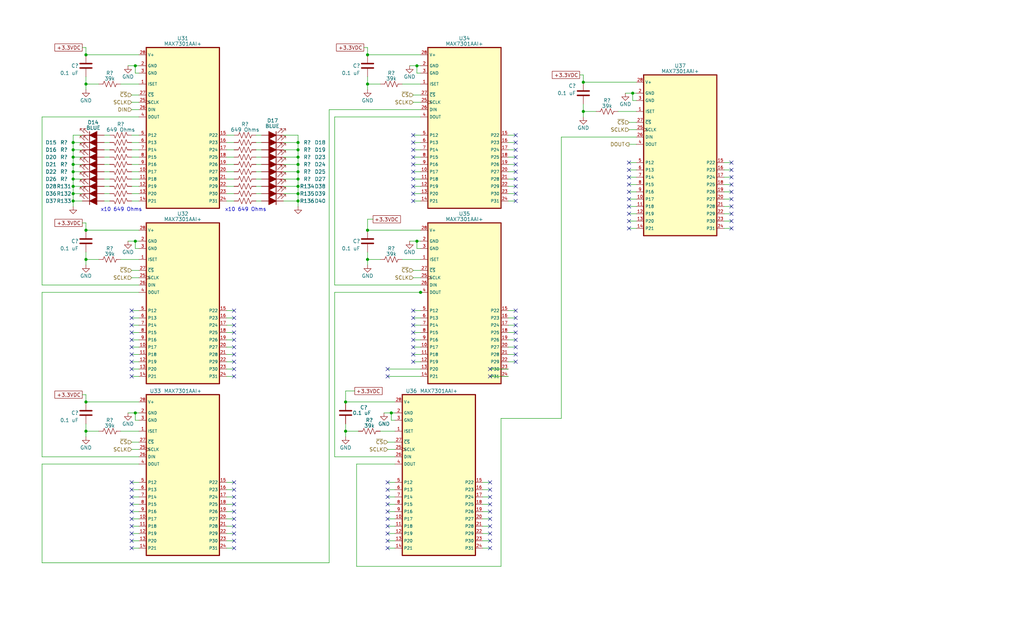
<source format=kicad_sch>
(kicad_sch (version 20231120) (generator "eeschema") (generator_version "8.0")
  (paper "USLegal")
  (title_block (title "ARX 2-Channel Prototype") (date "2024-07-31") (rev "2.0"))
  (junction (at 25.4 64.77))
  (junction (at 103.505 57.15))
  (junction (at 103.505 64.77))
  (junction (at 25.4 52.07))
  (junction (at 29.845 90.17))
  (junction (at 25.4 62.23))
  (junction (at 29.845 19.05))
  (junction (at 46.99 143.51))
  (junction (at 25.4 59.69))
  (junction (at 103.505 67.31))
  (junction (at 135.89 143.51))
  (junction (at 103.505 49.53))
  (junction (at 146.05 101.6))
  (junction (at 103.505 62.23))
  (junction (at 219.71 32.385))
  (junction (at 103.505 52.07))
  (junction (at 120.015 149.86))
  (junction (at 25.4 49.53))
  (junction (at 46.99 83.82))
  (junction (at 127.635 19.05))
  (junction (at 25.4 67.31))
  (junction (at 127.635 80.01))
  (junction (at 144.78 22.86))
  (junction (at 29.845 80.01))
  (junction (at 202.565 38.735))
  (junction (at 103.505 69.85))
  (junction (at 120.015 139.7))
  (junction (at 127.635 90.17))
  (junction (at 29.845 149.86))
  (junction (at 25.4 69.85))
  (junction (at 46.99 22.86))
  (junction (at 25.4 57.15))
  (junction (at 103.505 54.61))
  (junction (at 202.565 28.575))
  (junction (at 25.4 54.61))
  (junction (at 127.635 29.21))
  (junction (at 29.845 29.21))
  (junction (at 103.505 59.69))
  (junction (at 29.845 139.7))
  (junction (at 144.78 83.82))
  (no_connect (at 143.51 115.57))
  (no_connect (at 143.51 120.65))
  (no_connect (at 45.72 110.49))
  (no_connect (at 134.62 175.26))
  (no_connect (at 179.07 110.49))
  (no_connect (at 134.62 130.81))
  (no_connect (at 81.28 125.73))
  (no_connect (at 218.44 61.595))
  (no_connect (at 45.72 107.95))
  (no_connect (at 179.07 69.85))
  (no_connect (at 45.72 175.26))
  (no_connect (at 134.62 177.8))
  (no_connect (at 134.62 167.64))
  (no_connect (at 179.07 118.11))
  (no_connect (at 218.44 69.215))
  (no_connect (at 143.51 59.69))
  (no_connect (at 254 79.375))
  (no_connect (at 254 71.755))
  (no_connect (at 218.44 74.295))
  (no_connect (at 81.28 110.49))
  (no_connect (at 143.51 69.85))
  (no_connect (at 81.28 170.18))
  (no_connect (at 45.72 125.73))
  (no_connect (at 143.51 64.77))
  (no_connect (at 143.51 125.73))
  (no_connect (at 45.72 177.8))
  (no_connect (at 254 56.515))
  (no_connect (at 218.44 71.755))
  (no_connect (at 218.44 64.135))
  (no_connect (at 45.72 187.96))
  (no_connect (at 45.72 113.03))
  (no_connect (at 218.44 56.515))
  (no_connect (at 179.07 64.77))
  (no_connect (at 170.18 172.72))
  (no_connect (at 179.07 113.03))
  (no_connect (at 143.51 118.11))
  (no_connect (at 254 61.595))
  (no_connect (at 179.07 125.73))
  (no_connect (at 170.18 182.88))
  (no_connect (at 81.28 190.5))
  (no_connect (at 179.07 62.23))
  (no_connect (at 134.62 182.88))
  (no_connect (at 179.07 49.53))
  (no_connect (at 81.28 185.42))
  (no_connect (at 254 76.835))
  (no_connect (at 218.44 79.375))
  (no_connect (at 170.18 130.81))
  (no_connect (at 143.51 67.31))
  (no_connect (at 81.28 175.26))
  (no_connect (at 170.18 187.96))
  (no_connect (at 143.51 54.61))
  (no_connect (at 134.62 128.27))
  (no_connect (at 134.62 190.5))
  (no_connect (at 179.07 52.07))
  (no_connect (at 134.62 170.18))
  (no_connect (at 143.51 110.49))
  (no_connect (at 45.72 190.5))
  (no_connect (at 134.62 172.72))
  (no_connect (at 81.28 187.96))
  (no_connect (at 45.72 130.81))
  (no_connect (at 81.28 172.72))
  (no_connect (at 143.51 46.99))
  (no_connect (at 81.28 123.19))
  (no_connect (at 45.72 118.11))
  (no_connect (at 45.72 172.72))
  (no_connect (at 81.28 107.95))
  (no_connect (at 218.44 76.835))
  (no_connect (at 170.18 167.64))
  (no_connect (at 179.07 59.69))
  (no_connect (at 143.51 62.23))
  (no_connect (at 45.72 115.57))
  (no_connect (at 45.72 182.88))
  (no_connect (at 143.51 49.53))
  (no_connect (at 218.44 66.675))
  (no_connect (at 143.51 107.95))
  (no_connect (at 170.18 170.18))
  (no_connect (at 45.72 128.27))
  (no_connect (at 254 74.295))
  (no_connect (at 45.72 120.65))
  (no_connect (at 143.51 52.07))
  (no_connect (at 143.51 57.15))
  (no_connect (at 170.18 180.34))
  (no_connect (at 81.28 120.65))
  (no_connect (at 81.28 118.11))
  (no_connect (at 254 66.675))
  (no_connect (at 45.72 123.19))
  (no_connect (at 254 59.055))
  (no_connect (at 143.51 113.03))
  (no_connect (at 179.07 123.19))
  (no_connect (at 179.07 54.61))
  (no_connect (at 254 69.215))
  (no_connect (at 179.07 120.65))
  (no_connect (at 254 64.135))
  (no_connect (at 170.18 177.8))
  (no_connect (at 170.18 190.5))
  (no_connect (at 81.28 113.03))
  (no_connect (at 170.18 128.27))
  (no_connect (at 81.28 182.88))
  (no_connect (at 81.28 177.8))
  (no_connect (at 179.07 46.99))
  (no_connect (at 81.28 180.34))
  (no_connect (at 179.07 57.15))
  (no_connect (at 179.07 115.57))
  (no_connect (at 179.07 107.95))
  (no_connect (at 81.28 115.57))
  (no_connect (at 170.18 175.26))
  (no_connect (at 170.18 185.42))
  (no_connect (at 179.07 67.31))
  (no_connect (at 81.28 130.81))
  (no_connect (at 45.72 180.34))
  (no_connect (at 81.28 128.27))
  (no_connect (at 45.72 167.64))
  (no_connect (at 134.62 185.42))
  (no_connect (at 143.51 123.19))
  (no_connect (at 45.72 185.42))
  (no_connect (at 45.72 170.18))
  (no_connect (at 134.62 187.96))
  (no_connect (at 218.44 59.055))
  (no_connect (at 81.28 167.64))
  (no_connect (at 134.62 180.34))
  (wire (pts (xy 81.28 170.18) (xy 78.74 170.18)))
  (wire (pts (xy 127.635 16.51) (xy 127.635 19.05)))
  (wire (pts (xy 129.54 76.2) (xy 127.635 76.2)))
  (wire (pts (xy 44.45 143.51) (xy 46.99 143.51)))
  (wire (pts (xy 81.28 128.27) (xy 78.74 128.27)))
  (wire (pts (xy 29.845 90.17) (xy 34.29 90.17)))
  (wire (pts (xy 28.575 16.51) (xy 29.845 16.51)))
  (wire (pts (xy 143.51 49.53) (xy 146.05 49.53)))
  (wire (pts (xy 202.565 28.575) (xy 220.98 28.575)))
  (wire (pts (xy 127.635 31.115) (xy 127.635 29.21)))
  (wire (pts (xy 103.505 59.69) (xy 103.505 62.23)))
  (wire (pts (xy 38.1 49.53) (xy 36.195 49.53)))
  (wire (pts (xy 219.71 34.925) (xy 219.71 32.385)))
  (wire (pts (xy 219.71 32.385) (xy 220.98 32.385)))
  (wire (pts (xy 126.365 16.51) (xy 127.635 16.51)))
  (wire (pts (xy 81.28 125.73) (xy 78.74 125.73)))
  (wire (pts (xy 81.28 180.34) (xy 78.74 180.34)))
  (wire (pts (xy 143.51 46.99) (xy 146.05 46.99)))
  (wire (pts (xy 134.62 128.27) (xy 146.05 128.27)))
  (wire (pts (xy 29.845 137.16) (xy 29.845 139.7)))
  (wire (pts (xy 218.44 61.595) (xy 220.98 61.595)))
  (wire (pts (xy 29.845 149.86) (xy 29.845 147.32)))
  (wire (pts (xy 143.51 120.65) (xy 146.05 120.65)))
  (wire (pts (xy 127.635 19.05) (xy 146.05 19.05)))
  (wire (pts (xy 194.945 145.415) (xy 194.945 47.625)))
  (wire (pts (xy 81.28 69.85) (xy 78.74 69.85)))
  (wire (pts (xy 114.3 195.58) (xy 114.3 38.1)))
  (wire (pts (xy 25.4 67.31) (xy 28.575 67.31)))
  (wire (pts (xy 45.72 185.42) (xy 48.26 185.42)))
  (wire (pts (xy 25.4 57.15) (xy 25.4 59.69)))
  (wire (pts (xy 81.28 172.72) (xy 78.74 172.72)))
  (wire (pts (xy 81.28 190.5) (xy 78.74 190.5)))
  (wire (pts (xy 134.62 172.72) (xy 137.16 172.72)))
  (wire (pts (xy 48.26 101.6) (xy 14.605 101.6)))
  (wire (pts (xy 46.99 25.4) (xy 46.99 22.86)))
  (wire (pts (xy 179.07 67.31) (xy 176.53 67.31)))
  (wire (pts (xy 45.72 180.34) (xy 48.26 180.34)))
  (wire (pts (xy 144.78 83.82) (xy 146.05 83.82)))
  (wire (pts (xy 45.72 123.19) (xy 48.26 123.19)))
  (wire (pts (xy 143.51 52.07) (xy 146.05 52.07)))
  (wire (pts (xy 88.9 69.85) (xy 90.805 69.85)))
  (wire (pts (xy 29.845 29.21) (xy 34.29 29.21)))
  (wire (pts (xy 254 59.055) (xy 251.46 59.055)))
  (wire (pts (xy 45.72 35.56) (xy 48.26 35.56)))
  (wire (pts (xy 81.28 123.19) (xy 78.74 123.19)))
  (wire (pts (xy 98.425 67.31) (xy 103.505 67.31)))
  (wire (pts (xy 25.4 69.85) (xy 25.4 71.755)))
  (wire (pts (xy 38.1 46.99) (xy 36.195 46.99)))
  (wire (pts (xy 116.205 40.64) (xy 116.205 99.06)))
  (wire (pts (xy 25.4 64.77) (xy 25.4 67.31)))
  (wire (pts (xy 179.07 125.73) (xy 176.53 125.73)))
  (wire (pts (xy 98.425 62.23) (xy 103.505 62.23)))
  (wire (pts (xy 45.72 156.21) (xy 48.26 156.21)))
  (wire (pts (xy 144.78 86.36) (xy 144.78 83.82)))
  (wire (pts (xy 170.18 130.81) (xy 176.53 130.81)))
  (wire (pts (xy 25.4 52.07) (xy 25.4 54.61)))
  (wire (pts (xy 38.1 62.23) (xy 36.195 62.23)))
  (wire (pts (xy 134.62 177.8) (xy 137.16 177.8)))
  (wire (pts (xy 81.28 59.69) (xy 78.74 59.69)))
  (wire (pts (xy 45.72 49.53) (xy 48.26 49.53)))
  (wire (pts (xy 179.07 54.61) (xy 176.53 54.61)))
  (wire (pts (xy 78.74 167.64) (xy 81.28 167.64)))
  (wire (pts (xy 214.63 38.735) (xy 220.98 38.735)))
  (wire (pts (xy 179.07 113.03) (xy 176.53 113.03)))
  (wire (pts (xy 88.9 54.61) (xy 90.805 54.61)))
  (wire (pts (xy 81.28 52.07) (xy 78.74 52.07)))
  (wire (pts (xy 48.26 146.05) (xy 46.99 146.05)))
  (wire (pts (xy 143.51 59.69) (xy 146.05 59.69)))
  (wire (pts (xy 81.28 185.42) (xy 78.74 185.42)))
  (wire (pts (xy 38.1 52.07) (xy 36.195 52.07)))
  (wire (pts (xy 45.72 52.07) (xy 48.26 52.07)))
  (wire (pts (xy 45.72 120.65) (xy 48.26 120.65)))
  (wire (pts (xy 45.72 172.72) (xy 48.26 172.72)))
  (wire (pts (xy 142.24 83.82) (xy 144.78 83.82)))
  (wire (pts (xy 127.635 29.21) (xy 132.08 29.21)))
  (wire (pts (xy 137.16 146.05) (xy 135.89 146.05)))
  (wire (pts (xy 116.205 101.6) (xy 116.205 158.75)))
  (wire (pts (xy 179.07 59.69) (xy 176.53 59.69)))
  (wire (pts (xy 14.605 158.75) (xy 48.26 158.75)))
  (wire (pts (xy 25.4 46.99) (xy 25.4 49.53)))
  (wire (pts (xy 143.51 123.19) (xy 146.05 123.19)))
  (wire (pts (xy 254 66.675) (xy 251.46 66.675)))
  (wire (pts (xy 218.44 69.215) (xy 220.98 69.215)))
  (wire (pts (xy 88.9 64.77) (xy 90.805 64.77)))
  (wire (pts (xy 137.16 161.29) (xy 123.825 161.29)))
  (wire (pts (xy 28.575 77.47) (xy 29.845 77.47)))
  (wire (pts (xy 103.505 67.31) (xy 103.505 69.85)))
  (wire (pts (xy 81.28 177.8) (xy 78.74 177.8)))
  (wire (pts (xy 173.99 145.415) (xy 194.945 145.415)))
  (wire (pts (xy 45.72 59.69) (xy 48.26 59.69)))
  (wire (pts (xy 143.51 125.73) (xy 146.05 125.73)))
  (wire (pts (xy 143.51 57.15) (xy 146.05 57.15)))
  (wire (pts (xy 217.17 32.385) (xy 219.71 32.385)))
  (wire (pts (xy 45.72 167.64) (xy 48.26 167.64)))
  (wire (pts (xy 144.78 25.4) (xy 144.78 22.86)))
  (wire (pts (xy 179.07 52.07) (xy 176.53 52.07)))
  (wire (pts (xy 143.51 64.77) (xy 146.05 64.77)))
  (wire (pts (xy 29.845 151.765) (xy 29.845 149.86)))
  (wire (pts (xy 179.07 64.77) (xy 176.53 64.77)))
  (wire (pts (xy 81.28 67.31) (xy 78.74 67.31)))
  (wire (pts (xy 127.635 76.2) (xy 127.635 80.01)))
  (wire (pts (xy 103.505 49.53) (xy 103.505 52.07)))
  (wire (pts (xy 103.505 46.99) (xy 103.505 49.53)))
  (wire (pts (xy 38.1 64.77) (xy 36.195 64.77)))
  (wire (pts (xy 38.1 67.31) (xy 36.195 67.31)))
  (wire (pts (xy 98.425 46.99) (xy 103.505 46.99)))
  (wire (pts (xy 81.28 57.15) (xy 78.74 57.15)))
  (wire (pts (xy 134.62 180.34) (xy 137.16 180.34)))
  (wire (pts (xy 134.62 185.42) (xy 137.16 185.42)))
  (wire (pts (xy 120.015 139.7) (xy 137.16 139.7)))
  (wire (pts (xy 143.51 69.85) (xy 146.05 69.85)))
  (wire (pts (xy 218.44 71.755) (xy 220.98 71.755)))
  (wire (pts (xy 29.845 77.47) (xy 29.845 80.01)))
  (wire (pts (xy 38.1 69.85) (xy 36.195 69.85)))
  (wire (pts (xy 170.18 175.26) (xy 167.64 175.26)))
  (wire (pts (xy 45.72 118.11) (xy 48.26 118.11)))
  (wire (pts (xy 201.295 26.035) (xy 202.565 26.035)))
  (wire (pts (xy 44.45 83.82) (xy 46.99 83.82)))
  (wire (pts (xy 127.635 29.21) (xy 127.635 26.67)))
  (wire (pts (xy 179.07 110.49) (xy 176.53 110.49)))
  (wire (pts (xy 14.605 40.64) (xy 14.605 99.06)))
  (wire (pts (xy 88.9 57.15) (xy 90.805 57.15)))
  (wire (pts (xy 127.635 90.17) (xy 127.635 87.63)))
  (wire (pts (xy 45.72 67.31) (xy 48.26 67.31)))
  (wire (pts (xy 29.845 139.7) (xy 48.26 139.7)))
  (wire (pts (xy 179.07 69.85) (xy 176.53 69.85)))
  (wire (pts (xy 29.845 90.17) (xy 29.845 87.63)))
  (wire (pts (xy 146.05 86.36) (xy 144.78 86.36)))
  (wire (pts (xy 41.91 90.17) (xy 48.26 90.17)))
  (wire (pts (xy 98.425 54.61) (xy 103.505 54.61)))
  (wire (pts (xy 139.7 29.21) (xy 146.05 29.21)))
  (wire (pts (xy 98.425 64.77) (xy 103.505 64.77)))
  (wire (pts (xy 179.07 57.15) (xy 176.53 57.15)))
  (wire (pts (xy 25.4 52.07) (xy 28.575 52.07)))
  (wire (pts (xy 88.9 46.99) (xy 90.805 46.99)))
  (wire (pts (xy 170.18 180.34) (xy 167.64 180.34)))
  (wire (pts (xy 123.19 135.89) (xy 120.015 135.89)))
  (wire (pts (xy 127.635 80.01) (xy 146.05 80.01)))
  (wire (pts (xy 45.72 38.1) (xy 48.26 38.1)))
  (wire (pts (xy 29.845 92.075) (xy 29.845 90.17)))
  (wire (pts (xy 139.7 90.17) (xy 146.05 90.17)))
  (wire (pts (xy 81.28 130.81) (xy 78.74 130.81)))
  (wire (pts (xy 218.44 59.055) (xy 220.98 59.055)))
  (wire (pts (xy 254 76.835) (xy 251.46 76.835)))
  (wire (pts (xy 48.26 40.64) (xy 14.605 40.64)))
  (wire (pts (xy 88.9 62.23) (xy 90.805 62.23)))
  (wire (pts (xy 170.18 190.5) (xy 167.64 190.5)))
  (wire (pts (xy 25.4 49.53) (xy 28.575 49.53)))
  (wire (pts (xy 45.72 182.88) (xy 48.26 182.88)))
  (wire (pts (xy 81.28 49.53) (xy 78.74 49.53)))
  (wire (pts (xy 29.845 16.51) (xy 29.845 19.05)))
  (wire (pts (xy 173.99 196.85) (xy 173.99 145.415)))
  (wire (pts (xy 29.845 19.05) (xy 48.26 19.05)))
  (wire (pts (xy 25.4 59.69) (xy 28.575 59.69)))
  (wire (pts (xy 81.28 110.49) (xy 78.74 110.49)))
  (wire (pts (xy 78.74 46.99) (xy 81.28 46.99)))
  (wire (pts (xy 81.28 62.23) (xy 78.74 62.23)))
  (wire (pts (xy 134.62 190.5) (xy 137.16 190.5)))
  (wire (pts (xy 46.99 143.51) (xy 48.26 143.51)))
  (wire (pts (xy 28.575 137.16) (xy 29.845 137.16)))
  (wire (pts (xy 120.015 149.86) (xy 124.46 149.86)))
  (wire (pts (xy 143.51 107.95) (xy 146.05 107.95)))
  (wire (pts (xy 220.98 34.925) (xy 219.71 34.925)))
  (wire (pts (xy 218.44 50.165) (xy 220.98 50.165)))
  (wire (pts (xy 179.07 115.57) (xy 176.53 115.57)))
  (wire (pts (xy 134.62 156.21) (xy 137.16 156.21)))
  (wire (pts (xy 202.565 40.64) (xy 202.565 38.735)))
  (wire (pts (xy 81.28 64.77) (xy 78.74 64.77)))
  (wire (pts (xy 29.845 80.01) (xy 48.26 80.01)))
  (wire (pts (xy 88.9 59.69) (xy 90.805 59.69)))
  (wire (pts (xy 25.4 62.23) (xy 25.4 64.77)))
  (wire (pts (xy 81.28 113.03) (xy 78.74 113.03)))
  (wire (pts (xy 103.505 57.15) (xy 103.505 59.69)))
  (wire (pts (xy 170.18 172.72) (xy 167.64 172.72)))
  (wire (pts (xy 143.51 67.31) (xy 146.05 67.31)))
  (wire (pts (xy 179.07 62.23) (xy 176.53 62.23)))
  (wire (pts (xy 29.845 149.86) (xy 34.29 149.86)))
  (wire (pts (xy 81.28 182.88) (xy 78.74 182.88)))
  (wire (pts (xy 46.99 83.82) (xy 48.26 83.82)))
  (wire (pts (xy 202.565 26.035) (xy 202.565 28.575)))
  (wire (pts (xy 45.72 190.5) (xy 48.26 190.5)))
  (wire (pts (xy 254 61.595) (xy 251.46 61.595)))
  (wire (pts (xy 44.45 22.86) (xy 46.99 22.86)))
  (wire (pts (xy 45.72 113.03) (xy 48.26 113.03)))
  (wire (pts (xy 46.99 22.86) (xy 48.26 22.86)))
  (wire (pts (xy 134.62 187.96) (xy 137.16 187.96)))
  (wire (pts (xy 25.4 54.61) (xy 28.575 54.61)))
  (wire (pts (xy 202.565 38.735) (xy 207.01 38.735)))
  (wire (pts (xy 98.425 49.53) (xy 103.505 49.53)))
  (wire (pts (xy 29.845 31.115) (xy 29.845 29.21)))
  (wire (pts (xy 25.4 69.85) (xy 28.575 69.85)))
  (wire (pts (xy 98.425 57.15) (xy 103.505 57.15)))
  (wire (pts (xy 218.44 76.835) (xy 220.98 76.835)))
  (wire (pts (xy 218.44 56.515) (xy 220.98 56.515)))
  (wire (pts (xy 45.72 46.99) (xy 48.26 46.99)))
  (wire (pts (xy 45.72 62.23) (xy 48.26 62.23)))
  (wire (pts (xy 135.89 143.51) (xy 137.16 143.51)))
  (wire (pts (xy 25.4 49.53) (xy 25.4 52.07)))
  (wire (pts (xy 120.015 135.89) (xy 120.015 139.7)))
  (wire (pts (xy 98.425 52.07) (xy 103.505 52.07)))
  (wire (pts (xy 45.72 69.85) (xy 48.26 69.85)))
  (wire (pts (xy 98.425 69.85) (xy 103.505 69.85)))
  (wire (pts (xy 14.605 101.6) (xy 14.605 158.75)))
  (wire (pts (xy 254 74.295) (xy 251.46 74.295)))
  (wire (pts (xy 38.1 54.61) (xy 36.195 54.61)))
  (wire (pts (xy 132.08 149.86) (xy 137.16 149.86)))
  (wire (pts (xy 146.05 40.64) (xy 116.205 40.64)))
  (wire (pts (xy 143.51 113.03) (xy 146.05 113.03)))
  (wire (pts (xy 134.62 153.67) (xy 137.16 153.67)))
  (wire (pts (xy 218.44 45.085) (xy 220.98 45.085)))
  (wire (pts (xy 114.3 38.1) (xy 146.05 38.1)))
  (wire (pts (xy 103.505 54.61) (xy 103.505 57.15)))
  (wire (pts (xy 103.505 52.07) (xy 103.505 54.61)))
  (wire (pts (xy 179.07 49.53) (xy 176.53 49.53)))
  (wire (pts (xy 45.72 107.95) (xy 48.26 107.95)))
  (wire (pts (xy 123.825 196.85) (xy 173.99 196.85)))
  (wire (pts (xy 45.72 125.73) (xy 48.26 125.73)))
  (wire (pts (xy 116.205 158.75) (xy 137.16 158.75)))
  (wire (pts (xy 123.825 161.29) (xy 123.825 196.85)))
  (wire (pts (xy 127.635 92.075) (xy 127.635 90.17)))
  (wire (pts (xy 146.685 101.6) (xy 146.05 101.6)))
  (wire (pts (xy 38.1 59.69) (xy 36.195 59.69)))
  (wire (pts (xy 143.51 118.11) (xy 146.05 118.11)))
  (wire (pts (xy 176.53 46.99) (xy 179.07 46.99)))
  (wire (pts (xy 120.015 149.86) (xy 120.015 147.32)))
  (wire (pts (xy 45.72 64.77) (xy 48.26 64.77)))
  (wire (pts (xy 14.605 161.29) (xy 14.605 195.58)))
  (wire (pts (xy 179.07 123.19) (xy 176.53 123.19)))
  (wire (pts (xy 218.44 79.375) (xy 220.98 79.375)))
  (wire (pts (xy 45.72 187.96) (xy 48.26 187.96)))
  (wire (pts (xy 251.46 56.515) (xy 254 56.515)))
  (wire (pts (xy 142.24 22.86) (xy 144.78 22.86)))
  (wire (pts (xy 143.51 115.57) (xy 146.05 115.57)))
  (wire (pts (xy 41.91 149.86) (xy 48.26 149.86)))
  (wire (pts (xy 103.505 64.77) (xy 103.505 67.31)))
  (wire (pts (xy 45.72 54.61) (xy 48.26 54.61)))
  (wire (pts (xy 41.91 29.21) (xy 48.26 29.21)))
  (wire (pts (xy 134.62 167.64) (xy 137.16 167.64)))
  (wire (pts (xy 81.28 187.96) (xy 78.74 187.96)))
  (wire (pts (xy 120.015 151.765) (xy 120.015 149.86)))
  (wire (pts (xy 14.605 195.58) (xy 114.3 195.58)))
  (wire (pts (xy 218.44 42.545) (xy 220.98 42.545)))
  (wire (pts (xy 146.05 25.4) (xy 144.78 25.4)))
  (wire (pts (xy 25.4 57.15) (xy 28.575 57.15)))
  (wire (pts (xy 25.4 67.31) (xy 25.4 69.85)))
  (wire (pts (xy 254 69.215) (xy 251.46 69.215)))
  (wire (pts (xy 45.72 33.02) (xy 48.26 33.02)))
  (wire (pts (xy 25.4 64.77) (xy 28.575 64.77)))
  (wire (pts (xy 48.26 161.29) (xy 14.605 161.29)))
  (wire (pts (xy 103.505 62.23) (xy 103.505 64.77)))
  (wire (pts (xy 134.62 170.18) (xy 137.16 170.18)))
  (wire (pts (xy 146.05 101.6) (xy 116.205 101.6)))
  (wire (pts (xy 170.18 185.42) (xy 167.64 185.42)))
  (wire (pts (xy 48.26 86.36) (xy 46.99 86.36)))
  (wire (pts (xy 134.62 175.26) (xy 137.16 175.26)))
  (wire (pts (xy 45.72 115.57) (xy 48.26 115.57)))
  (wire (pts (xy 25.4 59.69) (xy 25.4 62.23)))
  (wire (pts (xy 45.72 57.15) (xy 48.26 57.15)))
  (wire (pts (xy 133.35 143.51) (xy 135.89 143.51)))
  (wire (pts (xy 127.635 90.17) (xy 132.08 90.17)))
  (wire (pts (xy 45.72 177.8) (xy 48.26 177.8)))
  (wire (pts (xy 170.18 170.18) (xy 167.64 170.18)))
  (wire (pts (xy 81.28 115.57) (xy 78.74 115.57)))
  (wire (pts (xy 45.72 128.27) (xy 48.26 128.27)))
  (wire (pts (xy 218.44 74.295) (xy 220.98 74.295)))
  (wire (pts (xy 81.28 54.61) (xy 78.74 54.61)))
  (wire (pts (xy 170.18 177.8) (xy 167.64 177.8)))
  (wire (pts (xy 194.945 47.625) (xy 220.98 47.625)))
  (wire (pts (xy 78.74 107.95) (xy 81.28 107.95)))
  (wire (pts (xy 88.9 67.31) (xy 90.805 67.31)))
  (wire (pts (xy 14.605 99.06) (xy 48.26 99.06)))
  (wire (pts (xy 134.62 130.81) (xy 146.05 130.81)))
  (wire (pts (xy 254 79.375) (xy 251.46 79.375)))
  (wire (pts (xy 167.64 167.64) (xy 170.18 167.64)))
  (wire (pts (xy 202.565 38.735) (xy 202.565 36.195)))
  (wire (pts (xy 88.9 49.53) (xy 90.805 49.53)))
  (wire (pts (xy 254 64.135) (xy 251.46 64.135)))
  (wire (pts (xy 179.07 118.11) (xy 176.53 118.11)))
  (wire (pts (xy 144.78 22.86) (xy 146.05 22.86)))
  (wire (pts (xy 45.72 96.52) (xy 48.26 96.52)))
  (wire (pts (xy 143.51 35.56) (xy 146.05 35.56)))
  (wire (pts (xy 218.44 64.135) (xy 220.98 64.135)))
  (wire (pts (xy 45.72 175.26) (xy 48.26 175.26)))
  (wire (pts (xy 46.99 86.36) (xy 46.99 83.82)))
  (wire (pts (xy 179.07 120.65) (xy 176.53 120.65)))
  (wire (pts (xy 25.4 54.61) (xy 25.4 57.15)))
  (wire (pts (xy 143.51 110.49) (xy 146.05 110.49)))
  (wire (pts (xy 45.72 93.98) (xy 48.26 93.98)))
  (wire (pts (xy 103.505 69.85) (xy 103.505 71.755)))
  (wire (pts (xy 81.28 118.11) (xy 78.74 118.11)))
  (wire (pts (xy 176.53 107.95) (xy 179.07 107.95)))
  (wire (pts (xy 170.18 182.88) (xy 167.64 182.88)))
  (wire (pts (xy 254 71.755) (xy 251.46 71.755)))
  (wire (pts (xy 134.62 182.88) (xy 137.16 182.88)))
  (wire (pts (xy 135.89 146.05) (xy 135.89 143.51)))
  (wire (pts (xy 143.51 54.61) (xy 146.05 54.61)))
  (wire (pts (xy 81.28 120.65) (xy 78.74 120.65)))
  (wire (pts (xy 170.18 187.96) (xy 167.64 187.96)))
  (wire (pts (xy 29.845 29.21) (xy 29.845 26.67)))
  (wire (pts (xy 170.18 128.27) (xy 176.53 128.27)))
  (wire (pts (xy 143.51 93.98) (xy 146.05 93.98)))
  (wire (pts (xy 45.72 110.49) (xy 48.26 110.49)))
  (wire (pts (xy 81.28 175.26) (xy 78.74 175.26)))
  (wire (pts (xy 143.51 62.23) (xy 146.05 62.23)))
  (wire (pts (xy 143.51 96.52) (xy 146.05 96.52)))
  (wire (pts (xy 25.4 62.23) (xy 28.575 62.23)))
  (wire (pts (xy 46.99 146.05) (xy 46.99 143.51)))
  (wire (pts (xy 88.9 52.07) (xy 90.805 52.07)))
  (wire (pts (xy 218.44 66.675) (xy 220.98 66.675)))
  (wire (pts (xy 45.72 153.67) (xy 48.26 153.67)))
  (wire (pts (xy 25.4 46.99) (xy 28.575 46.99)))
  (wire (pts (xy 48.26 25.4) (xy 46.99 25.4)))
  (wire (pts (xy 45.72 130.81) (xy 48.26 130.81)))
  (wire (pts (xy 45.72 170.18) (xy 48.26 170.18)))
  (wire (pts (xy 38.1 57.15) (xy 36.195 57.15)))
  (wire (pts (xy 143.51 33.02) (xy 146.05 33.02)))
  (wire (pts (xy 116.205 99.06) (xy 146.05 99.06)))
  (wire (pts (xy 98.425 59.69) (xy 103.505 59.69)))
  (text "x10 649 Ohms" (at 34.925 73.66 0) (effects (font (size 1.27 1.27)) (justify left bottom)))
  (text "x10 649 Ohms" (at 78.105 73.66 0) (effects (font (size 1.27 1.27)) (justify left bottom)))
  (global_label "+3.3VDC" (shape passive) (at 129.54 76.2 0) (property "Intersheetrefs" "${INTERSHEET_REFS}" (effects (hide yes))))
  (global_label "+3.3VDC" (shape passive) (at 126.365 16.51 180) (property "Intersheetrefs" "${INTERSHEET_REFS}" (effects (hide yes))))
  (global_label "+3.3VDC" (shape passive) (at 28.575 137.16 180) (property "Intersheetrefs" "${INTERSHEET_REFS}" (effects (hide yes))))
  (global_label "+3.3VDC" (shape passive) (at 201.295 26.035 180) (property "Intersheetrefs" "${INTERSHEET_REFS}" (effects (hide yes))))
  (global_label "+3.3VDC" (shape passive) (at 28.575 16.51 180) (property "Intersheetrefs" "${INTERSHEET_REFS}" (effects (hide yes))))
  (global_label "+3.3VDC" (shape passive) (at 28.575 77.47 180) (property "Intersheetrefs" "${INTERSHEET_REFS}" (effects (hide yes))))
  (global_label "+3.3VDC" (shape passive) (at 123.19 135.89 0) (property "Intersheetrefs" "${INTERSHEET_REFS}" (effects (hide yes))))
  (hierarchical_label "DIN" (shape input) (at 45.72 38.1 180))
  (hierarchical_label "SCLK" (shape input) (at 134.62 156.21 180))
  (hierarchical_label "SCLK" (shape input) (at 45.72 35.56 180))
  (hierarchical_label "SCLK" (shape input) (at 45.72 96.52 180))
  (hierarchical_label "SCLK" (shape input) (at 143.51 35.56 180))
  (hierarchical_label "~{CS}" (shape input) (at 143.51 33.02 180))
  (hierarchical_label "SCLK" (shape input) (at 143.51 96.52 180))
  (hierarchical_label "~{CS}" (shape input) (at 45.72 153.67 180))
  (hierarchical_label "SCLK" (shape input) (at 218.44 45.085 180))
  (hierarchical_label "~{CS}" (shape input) (at 45.72 33.02 180))
  (hierarchical_label "~{CS}" (shape input) (at 45.72 93.98 180))
  (hierarchical_label "DOUT" (shape output) (at 218.44 50.165 180))
  (hierarchical_label "SCLK" (shape input) (at 45.72 156.21 180))
  (hierarchical_label "~{CS}" (shape input) (at 218.44 42.545 180))
  (hierarchical_label "~{CS}" (shape input) (at 134.62 153.67 180))
  (hierarchical_label "~{CS}" (shape input) (at 143.51 93.98 180))
  (symbol (lib_id "Device:R_US") (at 128.27 149.86 270) (unit 1)
    (property "Reference" "R?" (at 128.27 146.05 90))
    (property "Value" "39k" (at 128.27 147.955 90))
    (property "Footprint" "Resistor_SMD:R_0805_2012Metric_Pad1.20x1.40mm_HandSolder" (effects (hide yes)))
    (property "Datasheet" "https://www.yageo.com/upload/media/product/productsearch/datasheet/rchip/PYu-RC_Group_51_RoHS_L_12.pdf" (effects (hide yes)))
    (property "MFGR" "Yageo" (effects (hide yes)))
    (property "MPN" "RC0805FR-0739KL" (effects (hide yes)))
    (property "Tolerance" "1%" (effects (hide yes)))
    (property "Power" "1/8 W" (effects (hide yes)))
    (property "Temp Coeff" "NA" (effects (hide yes)))
    (property "Voltage Rating" "150 V" (effects (hide yes)))
    (property "Unit Cost" "0.10" (effects (hide yes)))
    (property "Stock" "211669" (effects (hide yes)))
    (property "Stock Date" "10/12/2023" (effects (hide yes)))
    (property "Desc" "RES 39K OHM 1% 1/8W 0805" (effects (hide yes)))
    (instances (project "Solenoid_Array_Mainboard" (path "" (reference "R?") (unit 1))) (project "ARX" (path "" (reference "R62") (unit 1))))
  )
  (symbol (lib_id "Device:R_US") (at 41.91 64.77 90) (mirror x) (unit 1)
    (property "Reference" "R131" (at 22.225 64.77 90))
    (property "Value" "649 Ohms" (effects (hide yes)))
    (property "Footprint" "Resistor_SMD:R_0805_2012Metric_Pad1.20x1.40mm_HandSolder" (effects (hide yes)))
    (property "Datasheet" "https://industrial.panasonic.com/cdbs/www-data/pdf/RDA0000/AOA0000C304.pdf" (effects (hide yes)))
    (property "Description" "RES 649 OHM 1% 1/8W 0805" (effects (hide yes)))
    (property "MFGR" "Panasonic" (effects (hide yes)))
    (property "MPN" "RC0805FR-07649RL" (effects (hide yes)))
    (property "Tolerance" "1%" (effects (hide yes)))
    (property "Power" "0.125 W" (effects (hide yes)))
    (property "Temp Coeff" "NA" (effects (hide yes)))
    (property "Voltage Rating" "150 V" (effects (hide yes)))
    (property "Unit Cost" "0.1" (effects (hide yes)))
    (property "Stock" "51394" (effects (hide yes)))
    (property "Stock Date" "11/22/2023" (effects (hide yes)))
    (property "Desc" "RES 649 OHM 1% 1/8W 0805" (effects (hide yes)))
  )
  (symbol (lib_id "Device:R_US") (at 85.09 54.61 270) (unit 1)
    (property "Reference" "R?" (at 106.68 54.61 90))
    (property "Value" "649 Ohms" (effects (hide yes)))
    (property "Footprint" "Resistor_SMD:R_0805_2012Metric_Pad1.20x1.40mm_HandSolder" (effects (hide yes)))
    (property "Datasheet" "https://industrial.panasonic.com/cdbs/www-data/pdf/RDA0000/AOA0000C304.pdf" (effects (hide yes)))
    (property "Description" "RES 649 OHM 1% 1/8W 0805" (effects (hide yes)))
    (property "MFGR" "Panasonic" (effects (hide yes)))
    (property "MPN" "RC0805FR-07649RL" (effects (hide yes)))
    (property "Tolerance" "1%" (effects (hide yes)))
    (property "Power" "0.125 W" (effects (hide yes)))
    (property "Temp Coeff" "NA" (effects (hide yes)))
    (property "Voltage Rating" "150 V" (effects (hide yes)))
    (property "Unit Cost" "0.1" (effects (hide yes)))
    (property "Stock" "51394" (effects (hide yes)))
    (property "Stock Date" "11/22/2023" (effects (hide yes)))
    (property "Desc" "RES 649 OHM 1% 1/8W 0805" (effects (hide yes)))
    (instances (project "Solenoid_Array_Mainboard" (path "" (reference "R?") (unit 1))) (project "ARX" (path "" (reference "R66") (unit 1))))
  )
  (symbol (lib_id "Device:LED_Filled") (at 94.615 69.85 180) (unit 1)
    (property "Reference" "D40" (at 109.22 69.85 0) (effects (justify right)))
    (property "Value" "BLUE" (effects (hide yes)))
    (property "Footprint" "LED_SMD:LED_1206_3216Metric_Pad1.42x1.75mm_HandSolder" (effects (hide yes)))
    (property "Datasheet" "https://www.kingbrightusa.com/images/catalog/SPEC/APT3216LVBC-D.pdf" (effects (hide yes)))
    (property "MFGR" "Kingbright" (effects (hide yes)))
    (property "MPN" "APT3216LVBC/D" (effects (hide yes)))
    (property "Unit Cost" "0.39" (effects (hide yes)))
    (property "Stock" "21070" (effects (hide yes)))
    (property "Stock Date" "12/14/2023" (effects (hide yes)))
    (property "Desc" "LED BLUE CLEAR 2SMD 2 mA test 1206 (3216)" (effects (hide yes)))
    (property "Voltage Rating" "2.65 V Forward" (effects (hide yes)))
  )
  (symbol (lib_id "power:GND") (at 25.4 71.755 0) (mirror y) (unit 1)
    (property "Reference" "#PWR?" (effects (hide yes)))
    (property "Value" "GND" (effects (hide yes)))
    (instances (project "Solenoid_Array_Mainboard" (path "" (reference "#PWR?") (unit 1))) (project "ARX" (path "" (reference "#PWR0174") (unit 1))))
  )
  (symbol (lib_id "LWA_RF:MAX7301AAI+") (at 161.29 105.41 0) (unit 1)
    (property "Reference" "U35" (at 161.29 74.295 0))
    (property "Value" "MAX7301AAI+" (at 161.29 76.2 0))
    (property "Footprint" "Package_SO:SSOP-28_5.3x10.2mm_P0.65mm" (effects (hide yes)))
    (property "Datasheet" "https://www.analog.com/media/en/technical-documentation/data-sheets/max7301.pdf" (effects (hide yes)))
    (property "MFGR" "Analog Devices Inc./Maxim Integrated" (effects (hide yes)))
    (property "MPN" "MAX7301AAI+" (effects (hide yes)))
    (property "Unit Cost" "6.78" (effects (hide yes)))
    (property "Stock" "1443" (effects (hide yes)))
    (property "Stock Date" "11/23/2023" (effects (hide yes)))
    (property "Desc" "I/O Expander 20 SPI 26 MHz 28-SSOP" (effects (hide yes)))
  )
  (symbol (lib_id "Device:C") (at 202.565 32.385 0) (mirror y) (unit 1)
    (property "Reference" "C?" (at 200.025 29.845 0) (effects (justify left)))
    (property "Value" "0.1 uF" (at 200.025 32.385 0) (effects (justify left)))
    (property "Footprint" "Capacitor_SMD:C_0805_2012Metric_Pad1.18x1.45mm_HandSolder" (effects (hide yes)))
    (property "Datasheet" "https://www.yageo.com/upload/media/product/productsearch/datasheet/mlcc/UPY-GPHC_X7R_6.3V-to-50V_18.pdf" (effects (hide yes)))
    (property "MFGR" "Yageo" (effects (hide yes)))
    (property "MPN" "CC0805KRX7R8BB104" (effects (hide yes)))
    (property "Tolerance" "10%" (effects (hide yes)))
    (property "Voltage Rating" "25 V" (effects (hide yes)))
    (property "Temp Coeff" "X7R" (effects (hide yes)))
    (property "Power" "NA" (effects (hide yes)))
    (property "Unit Cost" "0.14" (effects (hide yes)))
    (property "Stock" "297406" (effects (hide yes)))
    (property "Stock Date" "11/23/2023" (effects (hide yes)))
    (property "Desc" "CAP CER 0.1UF 25V X7R 0805" (effects (hide yes)))
    (instances (project "Solenoid_Array_Mainboard" (path "" (reference "C?") (unit 1))) (project "ARX" (path "" (reference "C166") (unit 1))))
  )
  (symbol (lib_id "Device:R_US") (at 135.89 29.21 270) (unit 1)
    (property "Reference" "R?" (at 135.89 25.4 90))
    (property "Value" "39k" (at 135.89 27.305 90))
    (property "Footprint" "Resistor_SMD:R_0805_2012Metric_Pad1.20x1.40mm_HandSolder" (effects (hide yes)))
    (property "Datasheet" "https://www.yageo.com/upload/media/product/productsearch/datasheet/rchip/PYu-RC_Group_51_RoHS_L_12.pdf" (effects (hide yes)))
    (property "MFGR" "Yageo" (effects (hide yes)))
    (property "MPN" "RC0805FR-0739KL" (effects (hide yes)))
    (property "Tolerance" "1%" (effects (hide yes)))
    (property "Power" "1/8 W" (effects (hide yes)))
    (property "Temp Coeff" "NA" (effects (hide yes)))
    (property "Voltage Rating" "150 V" (effects (hide yes)))
    (property "Unit Cost" "0.10" (effects (hide yes)))
    (property "Stock" "211669" (effects (hide yes)))
    (property "Stock Date" "10/12/2023" (effects (hide yes)))
    (property "Desc" "RES 39K OHM 1% 1/8W 0805" (effects (hide yes)))
    (instances (project "Solenoid_Array_Mainboard" (path "" (reference "R?") (unit 1))) (project "ARX" (path "" (reference "R60") (unit 1))))
  )
  (symbol (lib_id "Device:LED_Filled") (at 32.385 67.31 0) (mirror x) (unit 1)
    (property "Reference" "D36" (at 19.685 67.31 0) (effects (justify right)))
    (property "Value" "BLUE" (effects (hide yes)))
    (property "Footprint" "LED_SMD:LED_1206_3216Metric_Pad1.42x1.75mm_HandSolder" (effects (hide yes)))
    (property "Datasheet" "https://www.kingbrightusa.com/images/catalog/SPEC/APT3216LVBC-D.pdf" (effects (hide yes)))
    (property "MFGR" "Kingbright" (effects (hide yes)))
    (property "MPN" "APT3216LVBC/D" (effects (hide yes)))
    (property "Unit Cost" "0.39" (effects (hide yes)))
    (property "Stock" "21070" (effects (hide yes)))
    (property "Stock Date" "12/14/2023" (effects (hide yes)))
    (property "Desc" "LED BLUE CLEAR 2SMD 2 mA test 1206 (3216)" (effects (hide yes)))
    (property "Voltage Rating" "2.65 V Forward" (effects (hide yes)))
  )
  (symbol (lib_id "Device:R_US") (at 85.09 46.99 270) (unit 1)
    (property "Reference" "R?" (at 85.09 43.18 90))
    (property "Value" "649 Ohms" (at 85.09 45.085 90))
    (property "Footprint" "Resistor_SMD:R_0805_2012Metric_Pad1.20x1.40mm_HandSolder" (effects (hide yes)))
    (property "Datasheet" "https://industrial.panasonic.com/cdbs/www-data/pdf/RDA0000/AOA0000C304.pdf" (effects (hide yes)))
    (property "Description" "RES 649 OHM 1% 1/8W 0805" (effects (hide yes)))
    (property "MFGR" "Panasonic" (effects (hide yes)))
    (property "MPN" "RC0805FR-07649RL" (effects (hide yes)))
    (property "Tolerance" "1%" (effects (hide yes)))
    (property "Power" "0.125 W" (effects (hide yes)))
    (property "Temp Coeff" "NA" (effects (hide yes)))
    (property "Voltage Rating" "150 V" (effects (hide yes)))
    (property "Unit Cost" "0.1" (effects (hide yes)))
    (property "Stock" "51394" (effects (hide yes)))
    (property "Stock Date" "11/22/2023" (effects (hide yes)))
    (property "Desc" "RES 649 OHM 1% 1/8W 0805" (effects (hide yes)))
    (instances (project "Solenoid_Array_Mainboard" (path "" (reference "R?") (unit 1))) (project "ARX" (path "" (reference "R57") (unit 1))))
  )
  (symbol (lib_id "Device:R_US") (at 85.09 67.31 270) (unit 1)
    (property "Reference" "R135" (at 106.68 67.31 90))
    (property "Value" "649 Ohms" (effects (hide yes)))
    (property "Footprint" "Resistor_SMD:R_0805_2012Metric_Pad1.20x1.40mm_HandSolder" (effects (hide yes)))
    (property "Datasheet" "https://industrial.panasonic.com/cdbs/www-data/pdf/RDA0000/AOA0000C304.pdf" (effects (hide yes)))
    (property "Description" "RES 649 OHM 1% 1/8W 0805" (effects (hide yes)))
    (property "MFGR" "Panasonic" (effects (hide yes)))
    (property "MPN" "RC0805FR-07649RL" (effects (hide yes)))
    (property "Tolerance" "1%" (effects (hide yes)))
    (property "Power" "0.125 W" (effects (hide yes)))
    (property "Temp Coeff" "NA" (effects (hide yes)))
    (property "Voltage Rating" "150 V" (effects (hide yes)))
    (property "Unit Cost" "0.1" (effects (hide yes)))
    (property "Stock" "51394" (effects (hide yes)))
    (property "Stock Date" "11/22/2023" (effects (hide yes)))
    (property "Desc" "RES 649 OHM 1% 1/8W 0805" (effects (hide yes)))
  )
  (symbol (lib_id "power:GND") (at 44.45 143.51 0) (unit 1)
    (property "Reference" "#PWR0182" (effects (hide yes)))
    (property "Value" "GND" (at 44.45 147.32 0))
  )
  (symbol (lib_id "Device:LED_Filled") (at 94.615 62.23 180) (unit 1)
    (property "Reference" "D27" (at 109.22 62.23 0) (effects (justify right)))
    (property "Value" "BLUE" (effects (hide yes)))
    (property "Footprint" "LED_SMD:LED_1206_3216Metric_Pad1.42x1.75mm_HandSolder" (effects (hide yes)))
    (property "Datasheet" "https://www.kingbrightusa.com/images/catalog/SPEC/APT3216LVBC-D.pdf" (effects (hide yes)))
    (property "MFGR" "Kingbright" (effects (hide yes)))
    (property "MPN" "APT3216LVBC/D" (effects (hide yes)))
    (property "Unit Cost" "0.39" (effects (hide yes)))
    (property "Stock" "21070" (effects (hide yes)))
    (property "Stock Date" "12/14/2023" (effects (hide yes)))
    (property "Desc" "LED BLUE CLEAR 2SMD 2 mA test 1206 (3216)" (effects (hide yes)))
    (property "Voltage Rating" "2.65 V Forward" (effects (hide yes)))
  )
  (symbol (lib_id "Device:R_US") (at 41.91 46.99 90) (mirror x) (unit 1)
    (property "Reference" "R?" (at 41.91 43.18 90))
    (property "Value" "649 Ohms" (at 41.91 45.085 90))
    (property "Footprint" "Resistor_SMD:R_0805_2012Metric_Pad1.20x1.40mm_HandSolder" (effects (hide yes)))
    (property "Datasheet" "https://industrial.panasonic.com/cdbs/www-data/pdf/RDA0000/AOA0000C304.pdf" (effects (hide yes)))
    (property "Description" "RES 649 OHM 1% 1/8W 0805" (effects (hide yes)))
    (property "MFGR" "Panasonic" (effects (hide yes)))
    (property "MPN" "RC0805FR-07649RL" (effects (hide yes)))
    (property "Tolerance" "1%" (effects (hide yes)))
    (property "Power" "0.125 W" (effects (hide yes)))
    (property "Temp Coeff" "NA" (effects (hide yes)))
    (property "Voltage Rating" "150 V" (effects (hide yes)))
    (property "Unit Cost" "0.1" (effects (hide yes)))
    (property "Stock" "51394" (effects (hide yes)))
    (property "Stock Date" "11/22/2023" (effects (hide yes)))
    (property "Desc" "RES 649 OHM 1% 1/8W 0805" (effects (hide yes)))
    (instances (project "Solenoid_Array_Mainboard" (path "" (reference "R?") (unit 1))) (project "ARX" (path "" (reference "R54") (unit 1))))
  )
  (symbol (lib_id "power:GND") (at 142.24 22.86 0) (unit 1)
    (property "Reference" "#PWR0192" (effects (hide yes)))
    (property "Value" "GND" (at 142.24 26.67 0))
  )
  (symbol (lib_id "Device:LED_Filled") (at 32.385 46.99 0) (mirror x) (unit 1)
    (property "Reference" "D14" (at 34.29 42.545 0) (effects (justify right)))
    (property "Value" "BLUE" (at 34.925 44.45 0) (effects (justify right)))
    (property "Footprint" "LED_SMD:LED_1206_3216Metric_Pad1.42x1.75mm_HandSolder" (effects (hide yes)))
    (property "Datasheet" "https://www.kingbrightusa.com/images/catalog/SPEC/APT3216LVBC-D.pdf" (effects (hide yes)))
    (property "MFGR" "Kingbright" (effects (hide yes)))
    (property "MPN" "APT3216LVBC/D" (effects (hide yes)))
    (property "Unit Cost" "0.39" (effects (hide yes)))
    (property "Stock" "21070" (effects (hide yes)))
    (property "Stock Date" "12/14/2023" (effects (hide yes)))
    (property "Desc" "LED BLUE CLEAR 2SMD 2 mA test 1206 (3216)" (effects (hide yes)))
    (property "Voltage Rating" "2.65 V Forward" (effects (hide yes)))
  )
  (symbol (lib_id "Device:R_US") (at 38.1 90.17 270) (unit 1)
    (property "Reference" "R?" (at 38.1 86.36 90))
    (property "Value" "39k" (at 38.1 88.265 90))
    (property "Footprint" "Resistor_SMD:R_0805_2012Metric_Pad1.20x1.40mm_HandSolder" (effects (hide yes)))
    (property "Datasheet" "https://www.yageo.com/upload/media/product/productsearch/datasheet/rchip/PYu-RC_Group_51_RoHS_L_12.pdf" (effects (hide yes)))
    (property "MFGR" "Yageo" (effects (hide yes)))
    (property "MPN" "RC0805FR-0739KL" (effects (hide yes)))
    (property "Tolerance" "1%" (effects (hide yes)))
    (property "Power" "1/8 W" (effects (hide yes)))
    (property "Temp Coeff" "NA" (effects (hide yes)))
    (property "Voltage Rating" "150 V" (effects (hide yes)))
    (property "Unit Cost" "0.10" (effects (hide yes)))
    (property "Stock" "211669" (effects (hide yes)))
    (property "Stock Date" "10/12/2023" (effects (hide yes)))
    (property "Desc" "RES 39K OHM 1% 1/8W 0805" (effects (hide yes)))
    (instances (project "Solenoid_Array_Mainboard" (path "" (reference "R?") (unit 1))) (project "ARX" (path "" (reference "R52") (unit 1))))
  )
  (symbol (lib_id "Device:R_US") (at 41.91 57.15 90) (mirror x) (unit 1)
    (property "Reference" "R?" (at 22.225 57.15 90))
    (property "Value" "649 Ohms" (effects (hide yes)))
    (property "Footprint" "Resistor_SMD:R_0805_2012Metric_Pad1.20x1.40mm_HandSolder" (effects (hide yes)))
    (property "Datasheet" "https://industrial.panasonic.com/cdbs/www-data/pdf/RDA0000/AOA0000C304.pdf" (effects (hide yes)))
    (property "Description" "RES 649 OHM 1% 1/8W 0805" (effects (hide yes)))
    (property "MFGR" "Panasonic" (effects (hide yes)))
    (property "MPN" "RC0805FR-07649RL" (effects (hide yes)))
    (property "Tolerance" "1%" (effects (hide yes)))
    (property "Power" "0.125 W" (effects (hide yes)))
    (property "Temp Coeff" "NA" (effects (hide yes)))
    (property "Voltage Rating" "150 V" (effects (hide yes)))
    (property "Unit Cost" "0.1" (effects (hide yes)))
    (property "Stock" "51394" (effects (hide yes)))
    (property "Stock Date" "11/22/2023" (effects (hide yes)))
    (property "Desc" "RES 649 OHM 1% 1/8W 0805" (effects (hide yes)))
    (instances (project "Solenoid_Array_Mainboard" (path "" (reference "R?") (unit 1))) (project "ARX" (path "" (reference "R64") (unit 1))))
  )
  (symbol (lib_id "Device:R_US") (at 85.09 69.85 270) (unit 1)
    (property "Reference" "R136" (at 106.68 69.85 90))
    (property "Value" "649 Ohms" (effects (hide yes)))
    (property "Footprint" "Resistor_SMD:R_0805_2012Metric_Pad1.20x1.40mm_HandSolder" (effects (hide yes)))
    (property "Datasheet" "https://industrial.panasonic.com/cdbs/www-data/pdf/RDA0000/AOA0000C304.pdf" (effects (hide yes)))
    (property "Description" "RES 649 OHM 1% 1/8W 0805" (effects (hide yes)))
    (property "MFGR" "Panasonic" (effects (hide yes)))
    (property "MPN" "RC0805FR-07649RL" (effects (hide yes)))
    (property "Tolerance" "1%" (effects (hide yes)))
    (property "Power" "0.125 W" (effects (hide yes)))
    (property "Temp Coeff" "NA" (effects (hide yes)))
    (property "Voltage Rating" "150 V" (effects (hide yes)))
    (property "Unit Cost" "0.1" (effects (hide yes)))
    (property "Stock" "51394" (effects (hide yes)))
    (property "Stock Date" "11/22/2023" (effects (hide yes)))
    (property "Desc" "RES 649 OHM 1% 1/8W 0805" (effects (hide yes)))
  )
  (symbol (lib_id "Device:R_US") (at 41.91 62.23 90) (mirror x) (unit 1)
    (property "Reference" "R?" (at 22.225 62.23 90))
    (property "Value" "649 Ohms" (effects (hide yes)))
    (property "Footprint" "Resistor_SMD:R_0805_2012Metric_Pad1.20x1.40mm_HandSolder" (effects (hide yes)))
    (property "Datasheet" "https://industrial.panasonic.com/cdbs/www-data/pdf/RDA0000/AOA0000C304.pdf" (effects (hide yes)))
    (property "Description" "RES 649 OHM 1% 1/8W 0805" (effects (hide yes)))
    (property "MFGR" "Panasonic" (effects (hide yes)))
    (property "MPN" "RC0805FR-07649RL" (effects (hide yes)))
    (property "Tolerance" "1%" (effects (hide yes)))
    (property "Power" "0.125 W" (effects (hide yes)))
    (property "Temp Coeff" "NA" (effects (hide yes)))
    (property "Voltage Rating" "150 V" (effects (hide yes)))
    (property "Unit Cost" "0.1" (effects (hide yes)))
    (property "Stock" "51394" (effects (hide yes)))
    (property "Stock Date" "11/22/2023" (effects (hide yes)))
    (property "Desc" "RES 649 OHM 1% 1/8W 0805" (effects (hide yes)))
    (instances (project "Solenoid_Array_Mainboard" (path "" (reference "R?") (unit 1))) (project "ARX" (path "" (reference "R70") (unit 1))))
  )
  (symbol (lib_id "Device:R_US") (at 85.09 62.23 270) (unit 1)
    (property "Reference" "R?" (at 106.68 62.23 90))
    (property "Value" "649 Ohms" (effects (hide yes)))
    (property "Footprint" "Resistor_SMD:R_0805_2012Metric_Pad1.20x1.40mm_HandSolder" (effects (hide yes)))
    (property "Datasheet" "https://industrial.panasonic.com/cdbs/www-data/pdf/RDA0000/AOA0000C304.pdf" (effects (hide yes)))
    (property "Description" "RES 649 OHM 1% 1/8W 0805" (effects (hide yes)))
    (property "MFGR" "Panasonic" (effects (hide yes)))
    (property "MPN" "RC0805FR-07649RL" (effects (hide yes)))
    (property "Tolerance" "1%" (effects (hide yes)))
    (property "Power" "0.125 W" (effects (hide yes)))
    (property "Temp Coeff" "NA" (effects (hide yes)))
    (property "Voltage Rating" "150 V" (effects (hide yes)))
    (property "Unit Cost" "0.1" (effects (hide yes)))
    (property "Stock" "51394" (effects (hide yes)))
    (property "Stock Date" "11/22/2023" (effects (hide yes)))
    (property "Desc" "RES 649 OHM 1% 1/8W 0805" (effects (hide yes)))
    (instances (project "Solenoid_Array_Mainboard" (path "" (reference "R?") (unit 1))) (project "ARX" (path "" (reference "R71") (unit 1))))
  )
  (symbol (lib_id "Device:LED_Filled") (at 94.615 57.15 180) (unit 1)
    (property "Reference" "D24" (at 109.22 57.15 0) (effects (justify right)))
    (property "Value" "BLUE" (effects (hide yes)))
    (property "Footprint" "LED_SMD:LED_1206_3216Metric_Pad1.42x1.75mm_HandSolder" (effects (hide yes)))
    (property "Datasheet" "https://www.kingbrightusa.com/images/catalog/SPEC/APT3216LVBC-D.pdf" (effects (hide yes)))
    (property "MFGR" "Kingbright" (effects (hide yes)))
    (property "MPN" "APT3216LVBC/D" (effects (hide yes)))
    (property "Unit Cost" "0.39" (effects (hide yes)))
    (property "Stock" "21070" (effects (hide yes)))
    (property "Stock Date" "12/14/2023" (effects (hide yes)))
    (property "Desc" "LED BLUE CLEAR 2SMD 2 mA test 1206 (3216)" (effects (hide yes)))
    (property "Voltage Rating" "2.65 V Forward" (effects (hide yes)))
  )
  (symbol (lib_id "power:GND") (at 29.845 31.115 0) (unit 1)
    (property "Reference" "#PWR0177" (effects (hide yes)))
    (property "Value" "GND" (at 29.845 34.925 0))
  )
  (symbol (lib_id "Device:LED_Filled") (at 32.385 54.61 0) (mirror x) (unit 1)
    (property "Reference" "D20" (at 19.685 54.61 0) (effects (justify right)))
    (property "Value" "BLUE" (effects (hide yes)))
    (property "Footprint" "LED_SMD:LED_1206_3216Metric_Pad1.42x1.75mm_HandSolder" (effects (hide yes)))
    (property "Datasheet" "https://www.kingbrightusa.com/images/catalog/SPEC/APT3216LVBC-D.pdf" (effects (hide yes)))
    (property "MFGR" "Kingbright" (effects (hide yes)))
    (property "MPN" "APT3216LVBC/D" (effects (hide yes)))
    (property "Unit Cost" "0.39" (effects (hide yes)))
    (property "Stock" "21070" (effects (hide yes)))
    (property "Stock Date" "12/14/2023" (effects (hide yes)))
    (property "Desc" "LED BLUE CLEAR 2SMD 2 mA test 1206 (3216)" (effects (hide yes)))
    (property "Voltage Rating" "2.65 V Forward" (effects (hide yes)))
  )
  (symbol (lib_id "Device:R_US") (at 135.89 90.17 270) (unit 1)
    (property "Reference" "R?" (at 135.89 86.36 90))
    (property "Value" "39k" (at 135.89 88.265 90))
    (property "Footprint" "Resistor_SMD:R_0805_2012Metric_Pad1.20x1.40mm_HandSolder" (effects (hide yes)))
    (property "Datasheet" "https://www.yageo.com/upload/media/product/productsearch/datasheet/rchip/PYu-RC_Group_51_RoHS_L_12.pdf" (effects (hide yes)))
    (property "MFGR" "Yageo" (effects (hide yes)))
    (property "MPN" "RC0805FR-0739KL" (effects (hide yes)))
    (property "Tolerance" "1%" (effects (hide yes)))
    (property "Power" "1/8 W" (effects (hide yes)))
    (property "Temp Coeff" "NA" (effects (hide yes)))
    (property "Voltage Rating" "150 V" (effects (hide yes)))
    (property "Unit Cost" "0.10" (effects (hide yes)))
    (property "Stock" "211669" (effects (hide yes)))
    (property "Stock Date" "10/12/2023" (effects (hide yes)))
    (property "Desc" "RES 39K OHM 1% 1/8W 0805" (effects (hide yes)))
    (instances (project "Solenoid_Array_Mainboard" (path "" (reference "R?") (unit 1))) (project "ARX" (path "" (reference "R61") (unit 1))))
  )
  (symbol (lib_id "Device:LED_Filled") (at 94.615 46.99 180) (unit 1)
    (property "Reference" "D17" (at 92.71 41.91 0) (effects (justify right)))
    (property "Value" "BLUE" (at 92.075 43.815 0) (effects (justify right)))
    (property "Footprint" "LED_SMD:LED_1206_3216Metric_Pad1.42x1.75mm_HandSolder" (effects (hide yes)))
    (property "Datasheet" "https://www.kingbrightusa.com/images/catalog/SPEC/APT3216LVBC-D.pdf" (effects (hide yes)))
    (property "MFGR" "Kingbright" (effects (hide yes)))
    (property "MPN" "APT3216LVBC/D" (effects (hide yes)))
    (property "Unit Cost" "0.39" (effects (hide yes)))
    (property "Stock" "21070" (effects (hide yes)))
    (property "Stock Date" "12/14/2023" (effects (hide yes)))
    (property "Desc" "LED BLUE CLEAR 2SMD 2 mA test 1206 (3216)" (effects (hide yes)))
    (property "Voltage Rating" "2.65 V Forward" (effects (hide yes)))
  )
  (symbol (lib_id "Device:C") (at 29.845 22.86 0) (mirror y) (unit 1)
    (property "Reference" "C?" (at 27.305 22.86 0) (effects (justify left)))
    (property "Value" "0.1 uF" (at 27.305 25.4 0) (effects (justify left)))
    (property "Footprint" "Capacitor_SMD:C_0805_2012Metric_Pad1.18x1.45mm_HandSolder" (effects (hide yes)))
    (property "Datasheet" "https://www.yageo.com/upload/media/product/productsearch/datasheet/mlcc/UPY-GPHC_X7R_6.3V-to-50V_18.pdf" (effects (hide yes)))
    (property "MFGR" "Yageo" (effects (hide yes)))
    (property "MPN" "CC0805KRX7R8BB104" (effects (hide yes)))
    (property "Tolerance" "10%" (effects (hide yes)))
    (property "Voltage Rating" "25 V" (effects (hide yes)))
    (property "Temp Coeff" "X7R" (effects (hide yes)))
    (property "Power" "NA" (effects (hide yes)))
    (property "Unit Cost" "0.14" (effects (hide yes)))
    (property "Stock" "297406" (effects (hide yes)))
    (property "Stock Date" "11/23/2023" (effects (hide yes)))
    (property "Desc" "CAP CER 0.1UF 25V X7R 0805" (effects (hide yes)))
    (instances (project "Solenoid_Array_Mainboard" (path "" (reference "C?") (unit 1))) (project "ARX" (path "" (reference "C160") (unit 1))))
  )
  (symbol (lib_id "Device:C") (at 29.845 143.51 0) (mirror y) (unit 1)
    (property "Reference" "C?" (at 27.305 143.51 0) (effects (justify left)))
    (property "Value" "0.1 uF" (at 27.305 146.05 0) (effects (justify left)))
    (property "Footprint" "Capacitor_SMD:C_0805_2012Metric_Pad1.18x1.45mm_HandSolder" (effects (hide yes)))
    (property "Datasheet" "https://www.yageo.com/upload/media/product/productsearch/datasheet/mlcc/UPY-GPHC_X7R_6.3V-to-50V_18.pdf" (effects (hide yes)))
    (property "MFGR" "Yageo" (effects (hide yes)))
    (property "MPN" "CC0805KRX7R8BB104" (effects (hide yes)))
    (property "Tolerance" "10%" (effects (hide yes)))
    (property "Voltage Rating" "25 V" (effects (hide yes)))
    (property "Temp Coeff" "X7R" (effects (hide yes)))
    (property "Power" "NA" (effects (hide yes)))
    (property "Unit Cost" "0.14" (effects (hide yes)))
    (property "Stock" "297406" (effects (hide yes)))
    (property "Stock Date" "11/23/2023" (effects (hide yes)))
    (property "Desc" "CAP CER 0.1UF 25V X7R 0805" (effects (hide yes)))
    (instances (project "Solenoid_Array_Mainboard" (path "" (reference "C?") (unit 1))) (project "ARX" (path "" (reference "C162") (unit 1))))
  )
  (symbol (lib_id "Device:LED_Filled") (at 32.385 57.15 0) (mirror x) (unit 1)
    (property "Reference" "D21" (at 19.685 57.15 0) (effects (justify right)))
    (property "Value" "BLUE" (effects (hide yes)))
    (property "Footprint" "LED_SMD:LED_1206_3216Metric_Pad1.42x1.75mm_HandSolder" (effects (hide yes)))
    (property "Datasheet" "https://www.kingbrightusa.com/images/catalog/SPEC/APT3216LVBC-D.pdf" (effects (hide yes)))
    (property "MFGR" "Kingbright" (effects (hide yes)))
    (property "MPN" "APT3216LVBC/D" (effects (hide yes)))
    (property "Unit Cost" "0.39" (effects (hide yes)))
    (property "Stock" "21070" (effects (hide yes)))
    (property "Stock Date" "12/14/2023" (effects (hide yes)))
    (property "Desc" "LED BLUE CLEAR 2SMD 2 mA test 1206 (3216)" (effects (hide yes)))
    (property "Voltage Rating" "2.65 V Forward" (effects (hide yes)))
  )
  (symbol (lib_id "Device:LED_Filled") (at 32.385 64.77 0) (mirror x) (unit 1)
    (property "Reference" "D28" (at 19.685 64.77 0) (effects (justify right)))
    (property "Value" "BLUE" (effects (hide yes)))
    (property "Footprint" "LED_SMD:LED_1206_3216Metric_Pad1.42x1.75mm_HandSolder" (effects (hide yes)))
    (property "Datasheet" "https://www.kingbrightusa.com/images/catalog/SPEC/APT3216LVBC-D.pdf" (effects (hide yes)))
    (property "MFGR" "Kingbright" (effects (hide yes)))
    (property "MPN" "APT3216LVBC/D" (effects (hide yes)))
    (property "Unit Cost" "0.39" (effects (hide yes)))
    (property "Stock" "21070" (effects (hide yes)))
    (property "Stock Date" "12/14/2023" (effects (hide yes)))
    (property "Desc" "LED BLUE CLEAR 2SMD 2 mA test 1206 (3216)" (effects (hide yes)))
    (property "Voltage Rating" "2.65 V Forward" (effects (hide yes)))
  )
  (symbol (lib_id "Device:R_US") (at 41.91 49.53 90) (mirror x) (unit 1)
    (property "Reference" "R?" (at 22.225 49.53 90))
    (property "Value" "649 Ohms" (effects (hide yes)))
    (property "Footprint" "Resistor_SMD:R_0805_2012Metric_Pad1.20x1.40mm_HandSolder" (effects (hide yes)))
    (property "Datasheet" "https://industrial.panasonic.com/cdbs/www-data/pdf/RDA0000/AOA0000C304.pdf" (effects (hide yes)))
    (property "Description" "RES 649 OHM 1% 1/8W 0805" (effects (hide yes)))
    (property "MFGR" "Panasonic" (effects (hide yes)))
    (property "MPN" "RC0805FR-07649RL" (effects (hide yes)))
    (property "Tolerance" "1%" (effects (hide yes)))
    (property "Power" "0.125 W" (effects (hide yes)))
    (property "Temp Coeff" "NA" (effects (hide yes)))
    (property "Voltage Rating" "150 V" (effects (hide yes)))
    (property "Unit Cost" "0.1" (effects (hide yes)))
    (property "Stock" "51394" (effects (hide yes)))
    (property "Stock Date" "11/22/2023" (effects (hide yes)))
    (property "Desc" "RES 649 OHM 1% 1/8W 0805" (effects (hide yes)))
    (instances (project "Solenoid_Array_Mainboard" (path "" (reference "R?") (unit 1))) (project "ARX" (path "" (reference "R55") (unit 1))))
  )
  (symbol (lib_id "Device:R_US") (at 38.1 149.86 270) (unit 1)
    (property "Reference" "R?" (at 38.1 146.05 90))
    (property "Value" "39k" (at 38.1 147.955 90))
    (property "Footprint" "Resistor_SMD:R_0805_2012Metric_Pad1.20x1.40mm_HandSolder" (effects (hide yes)))
    (property "Datasheet" "https://www.yageo.com/upload/media/product/productsearch/datasheet/rchip/PYu-RC_Group_51_RoHS_L_12.pdf" (effects (hide yes)))
    (property "MFGR" "Yageo" (effects (hide yes)))
    (property "MPN" "RC0805FR-0739KL" (effects (hide yes)))
    (property "Tolerance" "1%" (effects (hide yes)))
    (property "Power" "1/8 W" (effects (hide yes)))
    (property "Temp Coeff" "NA" (effects (hide yes)))
    (property "Voltage Rating" "150 V" (effects (hide yes)))
    (property "Unit Cost" "0.10" (effects (hide yes)))
    (property "Stock" "211669" (effects (hide yes)))
    (property "Stock Date" "10/12/2023" (effects (hide yes)))
    (property "Desc" "RES 39K OHM 1% 1/8W 0805" (effects (hide yes)))
    (instances (project "Solenoid_Array_Mainboard" (path "" (reference "R?") (unit 1))) (project "ARX" (path "" (reference "R53") (unit 1))))
  )
  (symbol (lib_id "Device:C") (at 120.015 143.51 0) (mirror y) (unit 1)
    (property "Reference" "C?" (at 127.635 141.605 0) (effects (justify left)))
    (property "Value" "0.1 uF" (at 128.905 143.51 0) (effects (justify left)))
    (property "Footprint" "Capacitor_SMD:C_0805_2012Metric_Pad1.18x1.45mm_HandSolder" (effects (hide yes)))
    (property "Datasheet" "https://www.yageo.com/upload/media/product/productsearch/datasheet/mlcc/UPY-GPHC_X7R_6.3V-to-50V_18.pdf" (effects (hide yes)))
    (property "MFGR" "Yageo" (effects (hide yes)))
    (property "MPN" "CC0805KRX7R8BB104" (effects (hide yes)))
    (property "Tolerance" "10%" (effects (hide yes)))
    (property "Voltage Rating" "25 V" (effects (hide yes)))
    (property "Temp Coeff" "X7R" (effects (hide yes)))
    (property "Power" "NA" (effects (hide yes)))
    (property "Unit Cost" "0.14" (effects (hide yes)))
    (property "Stock" "297406" (effects (hide yes)))
    (property "Stock Date" "11/23/2023" (effects (hide yes)))
    (property "Desc" "CAP CER 0.1UF 25V X7R 0805" (effects (hide yes)))
    (instances (project "Solenoid_Array_Mainboard" (path "" (reference "C?") (unit 1))) (project "ARX" (path "" (reference "C165") (unit 1))))
  )
  (symbol (lib_id "power:GND") (at 217.17 32.385 0) (unit 1)
    (property "Reference" "#PWR0200" (effects (hide yes)))
    (property "Value" "GND" (at 217.17 36.195 0))
  )
  (symbol (lib_id "Device:LED_Filled") (at 94.615 67.31 180) (unit 1)
    (property "Reference" "D39" (at 109.22 67.31 0) (effects (justify right)))
    (property "Value" "BLUE" (effects (hide yes)))
    (property "Footprint" "LED_SMD:LED_1206_3216Metric_Pad1.42x1.75mm_HandSolder" (effects (hide yes)))
    (property "Datasheet" "https://www.kingbrightusa.com/images/catalog/SPEC/APT3216LVBC-D.pdf" (effects (hide yes)))
    (property "MFGR" "Kingbright" (effects (hide yes)))
    (property "MPN" "APT3216LVBC/D" (effects (hide yes)))
    (property "Unit Cost" "0.39" (effects (hide yes)))
    (property "Stock" "21070" (effects (hide yes)))
    (property "Stock Date" "12/14/2023" (effects (hide yes)))
    (property "Desc" "LED BLUE CLEAR 2SMD 2 mA test 1206 (3216)" (effects (hide yes)))
    (property "Voltage Rating" "2.65 V Forward" (effects (hide yes)))
  )
  (symbol (lib_id "LWA_RF:MAX7301AAI+") (at 161.29 44.45 0) (unit 1)
    (property "Reference" "U34" (at 161.29 13.335 0))
    (property "Value" "MAX7301AAI+" (at 161.29 15.24 0))
    (property "Footprint" "Package_SO:SSOP-28_5.3x10.2mm_P0.65mm" (effects (hide yes)))
    (property "Datasheet" "https://www.analog.com/media/en/technical-documentation/data-sheets/max7301.pdf" (effects (hide yes)))
    (property "MFGR" "Analog Devices Inc./Maxim Integrated" (effects (hide yes)))
    (property "MPN" "MAX7301AAI+" (effects (hide yes)))
    (property "Unit Cost" "6.78" (effects (hide yes)))
    (property "Stock" "1443" (effects (hide yes)))
    (property "Stock Date" "11/23/2023" (effects (hide yes)))
    (property "Desc" "I/O Expander 20 SPI 26 MHz 28-SSOP" (effects (hide yes)))
  )
  (symbol (lib_id "Device:R_US") (at 85.09 52.07 270) (unit 1)
    (property "Reference" "R?" (at 106.68 52.07 90))
    (property "Value" "649 Ohms" (effects (hide yes)))
    (property "Footprint" "Resistor_SMD:R_0805_2012Metric_Pad1.20x1.40mm_HandSolder" (effects (hide yes)))
    (property "Datasheet" "https://industrial.panasonic.com/cdbs/www-data/pdf/RDA0000/AOA0000C304.pdf" (effects (hide yes)))
    (property "Description" "RES 649 OHM 1% 1/8W 0805" (effects (hide yes)))
    (property "MFGR" "Panasonic" (effects (hide yes)))
    (property "MPN" "RC0805FR-07649RL" (effects (hide yes)))
    (property "Tolerance" "1%" (effects (hide yes)))
    (property "Power" "0.125 W" (effects (hide yes)))
    (property "Temp Coeff" "NA" (effects (hide yes)))
    (property "Voltage Rating" "150 V" (effects (hide yes)))
    (property "Unit Cost" "0.1" (effects (hide yes)))
    (property "Stock" "51394" (effects (hide yes)))
    (property "Stock Date" "11/22/2023" (effects (hide yes)))
    (property "Desc" "RES 649 OHM 1% 1/8W 0805" (effects (hide yes)))
    (instances (project "Solenoid_Array_Mainboard" (path "" (reference "R?") (unit 1))) (project "ARX" (path "" (reference "R59") (unit 1))))
  )
  (symbol (lib_id "Device:R_US") (at 210.82 38.735 270) (unit 1)
    (property "Reference" "R?" (at 210.82 34.925 90))
    (property "Value" "39k" (at 210.82 36.83 90))
    (property "Footprint" "Resistor_SMD:R_0805_2012Metric_Pad1.20x1.40mm_HandSolder" (effects (hide yes)))
    (property "Datasheet" "https://www.yageo.com/upload/media/product/productsearch/datasheet/rchip/PYu-RC_Group_51_RoHS_L_12.pdf" (effects (hide yes)))
    (property "MFGR" "Yageo" (effects (hide yes)))
    (property "MPN" "RC0805FR-0739KL" (effects (hide yes)))
    (property "Tolerance" "1%" (effects (hide yes)))
    (property "Power" "1/8 W" (effects (hide yes)))
    (property "Temp Coeff" "NA" (effects (hide yes)))
    (property "Voltage Rating" "150 V" (effects (hide yes)))
    (property "Unit Cost" "0.10" (effects (hide yes)))
    (property "Stock" "211669" (effects (hide yes)))
    (property "Stock Date" "10/12/2023" (effects (hide yes)))
    (property "Desc" "RES 39K OHM 1% 1/8W 0805" (effects (hide yes)))
    (instances (project "Solenoid_Array_Mainboard" (path "" (reference "R?") (unit 1))) (project "ARX" (path "" (reference "R69") (unit 1))))
  )
  (symbol (lib_id "Device:R_US") (at 41.91 69.85 90) (mirror x) (unit 1)
    (property "Reference" "R133" (at 22.225 69.85 90))
    (property "Value" "649 Ohms" (effects (hide yes)))
    (property "Footprint" "Resistor_SMD:R_0805_2012Metric_Pad1.20x1.40mm_HandSolder" (effects (hide yes)))
    (property "Datasheet" "https://industrial.panasonic.com/cdbs/www-data/pdf/RDA0000/AOA0000C304.pdf" (effects (hide yes)))
    (property "Description" "RES 649 OHM 1% 1/8W 0805" (effects (hide yes)))
    (property "MFGR" "Panasonic" (effects (hide yes)))
    (property "MPN" "RC0805FR-07649RL" (effects (hide yes)))
    (property "Tolerance" "1%" (effects (hide yes)))
    (property "Power" "0.125 W" (effects (hide yes)))
    (property "Temp Coeff" "NA" (effects (hide yes)))
    (property "Voltage Rating" "150 V" (effects (hide yes)))
    (property "Unit Cost" "0.1" (effects (hide yes)))
    (property "Stock" "51394" (effects (hide yes)))
    (property "Stock Date" "11/22/2023" (effects (hide yes)))
    (property "Desc" "RES 649 OHM 1% 1/8W 0805" (effects (hide yes)))
  )
  (symbol (lib_id "Device:C") (at 127.635 83.82 0) (mirror y) (unit 1)
    (property "Reference" "C?" (at 125.095 83.82 0) (effects (justify left)))
    (property "Value" "0.1 uF" (at 125.095 86.36 0) (effects (justify left)))
    (property "Footprint" "Capacitor_SMD:C_0805_2012Metric_Pad1.18x1.45mm_HandSolder" (effects (hide yes)))
    (property "Datasheet" "https://www.yageo.com/upload/media/product/productsearch/datasheet/mlcc/UPY-GPHC_X7R_6.3V-to-50V_18.pdf" (effects (hide yes)))
    (property "MFGR" "Yageo" (effects (hide yes)))
    (property "MPN" "CC0805KRX7R8BB104" (effects (hide yes)))
    (property "Tolerance" "10%" (effects (hide yes)))
    (property "Voltage Rating" "25 V" (effects (hide yes)))
    (property "Temp Coeff" "X7R" (effects (hide yes)))
    (property "Power" "NA" (effects (hide yes)))
    (property "Unit Cost" "0.14" (effects (hide yes)))
    (property "Stock" "297406" (effects (hide yes)))
    (property "Stock Date" "11/23/2023" (effects (hide yes)))
    (property "Desc" "CAP CER 0.1UF 25V X7R 0805" (effects (hide yes)))
    (instances (project "Solenoid_Array_Mainboard" (path "" (reference "C?") (unit 1))) (project "ARX" (path "" (reference "C164") (unit 1))))
  )
  (symbol (lib_id "power:GND") (at 127.635 31.115 0) (unit 1)
    (property "Reference" "#PWR0189" (effects (hide yes)))
    (property "Value" "GND" (at 127.635 34.925 0))
  )
  (symbol (lib_id "power:GND") (at 202.565 40.64 0) (unit 1)
    (property "Reference" "#PWR0199" (effects (hide yes)))
    (property "Value" "GND" (at 202.565 44.45 0))
  )
  (symbol (lib_id "Device:C") (at 29.845 83.82 0) (mirror y) (unit 1)
    (property "Reference" "C?" (at 27.305 83.82 0) (effects (justify left)))
    (property "Value" "0.1 uF" (at 27.305 86.36 0) (effects (justify left)))
    (property "Footprint" "Capacitor_SMD:C_0805_2012Metric_Pad1.18x1.45mm_HandSolder" (effects (hide yes)))
    (property "Datasheet" "https://www.yageo.com/upload/media/product/productsearch/datasheet/mlcc/UPY-GPHC_X7R_6.3V-to-50V_18.pdf" (effects (hide yes)))
    (property "MFGR" "Yageo" (effects (hide yes)))
    (property "MPN" "CC0805KRX7R8BB104" (effects (hide yes)))
    (property "Tolerance" "10%" (effects (hide yes)))
    (property "Voltage Rating" "25 V" (effects (hide yes)))
    (property "Temp Coeff" "X7R" (effects (hide yes)))
    (property "Power" "NA" (effects (hide yes)))
    (property "Unit Cost" "0.14" (effects (hide yes)))
    (property "Stock" "297406" (effects (hide yes)))
    (property "Stock Date" "11/23/2023" (effects (hide yes)))
    (property "Desc" "CAP CER 0.1UF 25V X7R 0805" (effects (hide yes)))
    (instances (project "Solenoid_Array_Mainboard" (path "" (reference "C?") (unit 1))) (project "ARX" (path "" (reference "C161") (unit 1))))
  )
  (symbol (lib_id "Device:LED_Filled") (at 32.385 62.23 0) (mirror x) (unit 1)
    (property "Reference" "D26" (at 19.685 62.23 0) (effects (justify right)))
    (property "Value" "BLUE" (effects (hide yes)))
    (property "Footprint" "LED_SMD:LED_1206_3216Metric_Pad1.42x1.75mm_HandSolder" (effects (hide yes)))
    (property "Datasheet" "https://www.kingbrightusa.com/images/catalog/SPEC/APT3216LVBC-D.pdf" (effects (hide yes)))
    (property "MFGR" "Kingbright" (effects (hide yes)))
    (property "MPN" "APT3216LVBC/D" (effects (hide yes)))
    (property "Unit Cost" "0.39" (effects (hide yes)))
    (property "Stock" "21070" (effects (hide yes)))
    (property "Stock Date" "12/14/2023" (effects (hide yes)))
    (property "Desc" "LED BLUE CLEAR 2SMD 2 mA test 1206 (3216)" (effects (hide yes)))
    (property "Voltage Rating" "2.65 V Forward" (effects (hide yes)))
  )
  (symbol (lib_id "Device:LED_Filled") (at 32.385 52.07 0) (mirror x) (unit 1)
    (property "Reference" "D16" (at 19.685 52.07 0) (effects (justify right)))
    (property "Value" "BLUE" (effects (hide yes)))
    (property "Footprint" "LED_SMD:LED_1206_3216Metric_Pad1.42x1.75mm_HandSolder" (effects (hide yes)))
    (property "Datasheet" "https://www.kingbrightusa.com/images/catalog/SPEC/APT3216LVBC-D.pdf" (effects (hide yes)))
    (property "MFGR" "Kingbright" (effects (hide yes)))
    (property "MPN" "APT3216LVBC/D" (effects (hide yes)))
    (property "Unit Cost" "0.39" (effects (hide yes)))
    (property "Stock" "21070" (effects (hide yes)))
    (property "Stock Date" "12/14/2023" (effects (hide yes)))
    (property "Desc" "LED BLUE CLEAR 2SMD 2 mA test 1206 (3216)" (effects (hide yes)))
    (property "Voltage Rating" "2.65 V Forward" (effects (hide yes)))
  )
  (symbol (lib_id "power:GND") (at 29.845 92.075 0) (unit 1)
    (property "Reference" "#PWR0178" (effects (hide yes)))
    (property "Value" "GND" (at 29.845 95.885 0))
  )
  (symbol (lib_id "power:GND") (at 120.015 151.765 0) (unit 1)
    (property "Reference" "#PWR0191" (effects (hide yes)))
    (property "Value" "GND" (at 120.015 155.575 0))
  )
  (symbol (lib_id "LWA_RF:MAX7301AAI+") (at 236.22 53.975 0) (unit 1)
    (property "Reference" "U37" (at 236.22 22.86 0))
    (property "Value" "MAX7301AAI+" (at 236.22 24.765 0))
    (property "Footprint" "Package_SO:SSOP-28_5.3x10.2mm_P0.65mm" (effects (hide yes)))
    (property "Datasheet" "https://www.analog.com/media/en/technical-documentation/data-sheets/max7301.pdf" (effects (hide yes)))
    (property "MFGR" "Analog Devices Inc./Maxim Integrated" (effects (hide yes)))
    (property "MPN" "MAX7301AAI+" (effects (hide yes)))
    (property "Unit Cost" "6.78" (effects (hide yes)))
    (property "Stock" "1443" (effects (hide yes)))
    (property "Stock Date" "11/23/2023" (effects (hide yes)))
    (property "Desc" "I/O Expander 20 SPI 26 MHz 28-SSOP" (effects (hide yes)))
  )
  (symbol (lib_id "Device:LED_Filled") (at 94.615 59.69 180) (unit 1)
    (property "Reference" "D25" (at 109.22 59.69 0) (effects (justify right)))
    (property "Value" "BLUE" (effects (hide yes)))
    (property "Footprint" "LED_SMD:LED_1206_3216Metric_Pad1.42x1.75mm_HandSolder" (effects (hide yes)))
    (property "Datasheet" "https://www.kingbrightusa.com/images/catalog/SPEC/APT3216LVBC-D.pdf" (effects (hide yes)))
    (property "MFGR" "Kingbright" (effects (hide yes)))
    (property "MPN" "APT3216LVBC/D" (effects (hide yes)))
    (property "Unit Cost" "0.39" (effects (hide yes)))
    (property "Stock" "21070" (effects (hide yes)))
    (property "Stock Date" "12/14/2023" (effects (hide yes)))
    (property "Desc" "LED BLUE CLEAR 2SMD 2 mA test 1206 (3216)" (effects (hide yes)))
    (property "Voltage Rating" "2.65 V Forward" (effects (hide yes)))
  )
  (symbol (lib_id "Device:LED_Filled") (at 94.615 52.07 180) (unit 1)
    (property "Reference" "D19" (at 109.22 52.07 0) (effects (justify right)))
    (property "Value" "BLUE" (effects (hide yes)))
    (property "Footprint" "LED_SMD:LED_1206_3216Metric_Pad1.42x1.75mm_HandSolder" (effects (hide yes)))
    (property "Datasheet" "https://www.kingbrightusa.com/images/catalog/SPEC/APT3216LVBC-D.pdf" (effects (hide yes)))
    (property "MFGR" "Kingbright" (effects (hide yes)))
    (property "MPN" "APT3216LVBC/D" (effects (hide yes)))
    (property "Unit Cost" "0.39" (effects (hide yes)))
    (property "Stock" "21070" (effects (hide yes)))
    (property "Stock Date" "12/14/2023" (effects (hide yes)))
    (property "Desc" "LED BLUE CLEAR 2SMD 2 mA test 1206 (3216)" (effects (hide yes)))
    (property "Voltage Rating" "2.65 V Forward" (effects (hide yes)))
  )
  (symbol (lib_id "LWA_RF:MAX7301AAI+") (at 63.5 105.41 0) (unit 1)
    (property "Reference" "U32" (at 63.5 74.295 0))
    (property "Value" "MAX7301AAI+" (at 63.5 76.2 0))
    (property "Footprint" "Package_SO:SSOP-28_5.3x10.2mm_P0.65mm" (effects (hide yes)))
    (property "Datasheet" "https://www.analog.com/media/en/technical-documentation/data-sheets/max7301.pdf" (effects (hide yes)))
    (property "MFGR" "Analog Devices Inc./Maxim Integrated" (effects (hide yes)))
    (property "MPN" "MAX7301AAI+" (effects (hide yes)))
    (property "Unit Cost" "6.78" (effects (hide yes)))
    (property "Stock" "1443" (effects (hide yes)))
    (property "Stock Date" "11/23/2023" (effects (hide yes)))
    (property "Desc" "I/O Expander 20 SPI 26 MHz 28-SSOP" (effects (hide yes)))
  )
  (symbol (lib_id "Device:LED_Filled") (at 32.385 69.85 0) (mirror x) (unit 1)
    (property "Reference" "D37" (at 19.685 69.85 0) (effects (justify right)))
    (property "Value" "BLUE" (effects (hide yes)))
    (property "Footprint" "LED_SMD:LED_1206_3216Metric_Pad1.42x1.75mm_HandSolder" (effects (hide yes)))
    (property "Datasheet" "https://www.kingbrightusa.com/images/catalog/SPEC/APT3216LVBC-D.pdf" (effects (hide yes)))
    (property "MFGR" "Kingbright" (effects (hide yes)))
    (property "MPN" "APT3216LVBC/D" (effects (hide yes)))
    (property "Unit Cost" "0.39" (effects (hide yes)))
    (property "Stock" "21070" (effects (hide yes)))
    (property "Stock Date" "12/14/2023" (effects (hide yes)))
    (property "Desc" "LED BLUE CLEAR 2SMD 2 mA test 1206 (3216)" (effects (hide yes)))
    (property "Voltage Rating" "2.65 V Forward" (effects (hide yes)))
  )
  (symbol (lib_id "Device:C") (at 127.635 22.86 0) (mirror y) (unit 1)
    (property "Reference" "C?" (at 125.095 22.86 0) (effects (justify left)))
    (property "Value" "0.1 uF" (at 125.095 25.4 0) (effects (justify left)))
    (property "Footprint" "Capacitor_SMD:C_0805_2012Metric_Pad1.18x1.45mm_HandSolder" (effects (hide yes)))
    (property "Datasheet" "https://www.yageo.com/upload/media/product/productsearch/datasheet/mlcc/UPY-GPHC_X7R_6.3V-to-50V_18.pdf" (effects (hide yes)))
    (property "MFGR" "Yageo" (effects (hide yes)))
    (property "MPN" "CC0805KRX7R8BB104" (effects (hide yes)))
    (property "Tolerance" "10%" (effects (hide yes)))
    (property "Voltage Rating" "25 V" (effects (hide yes)))
    (property "Temp Coeff" "X7R" (effects (hide yes)))
    (property "Power" "NA" (effects (hide yes)))
    (property "Unit Cost" "0.14" (effects (hide yes)))
    (property "Stock" "297406" (effects (hide yes)))
    (property "Stock Date" "11/23/2023" (effects (hide yes)))
    (property "Desc" "CAP CER 0.1UF 25V X7R 0805" (effects (hide yes)))
    (instances (project "Solenoid_Array_Mainboard" (path "" (reference "C?") (unit 1))) (project "ARX" (path "" (reference "C163") (unit 1))))
  )
  (symbol (lib_id "power:GND") (at 142.24 83.82 0) (unit 1)
    (property "Reference" "#PWR0193" (effects (hide yes)))
    (property "Value" "GND" (at 142.24 87.63 0))
  )
  (symbol (lib_id "Device:LED_Filled") (at 94.615 54.61 180) (unit 1)
    (property "Reference" "D23" (at 109.22 54.61 0) (effects (justify right)))
    (property "Value" "BLUE" (effects (hide yes)))
    (property "Footprint" "LED_SMD:LED_1206_3216Metric_Pad1.42x1.75mm_HandSolder" (effects (hide yes)))
    (property "Datasheet" "https://www.kingbrightusa.com/images/catalog/SPEC/APT3216LVBC-D.pdf" (effects (hide yes)))
    (property "MFGR" "Kingbright" (effects (hide yes)))
    (property "MPN" "APT3216LVBC/D" (effects (hide yes)))
    (property "Unit Cost" "0.39" (effects (hide yes)))
    (property "Stock" "21070" (effects (hide yes)))
    (property "Stock Date" "12/14/2023" (effects (hide yes)))
    (property "Desc" "LED BLUE CLEAR 2SMD 2 mA test 1206 (3216)" (effects (hide yes)))
    (property "Voltage Rating" "2.65 V Forward" (effects (hide yes)))
  )
  (symbol (lib_id "power:GND") (at 29.845 151.765 0) (unit 1)
    (property "Reference" "#PWR0179" (effects (hide yes)))
    (property "Value" "GND" (at 29.845 155.575 0))
  )
  (symbol (lib_id "Device:LED_Filled") (at 94.615 49.53 180) (unit 1)
    (property "Reference" "D18" (at 109.22 49.53 0) (effects (justify right)))
    (property "Value" "BLUE" (effects (hide yes)))
    (property "Footprint" "LED_SMD:LED_1206_3216Metric_Pad1.42x1.75mm_HandSolder" (effects (hide yes)))
    (property "Datasheet" "https://www.kingbrightusa.com/images/catalog/SPEC/APT3216LVBC-D.pdf" (effects (hide yes)))
    (property "MFGR" "Kingbright" (effects (hide yes)))
    (property "MPN" "APT3216LVBC/D" (effects (hide yes)))
    (property "Unit Cost" "0.39" (effects (hide yes)))
    (property "Stock" "21070" (effects (hide yes)))
    (property "Stock Date" "12/14/2023" (effects (hide yes)))
    (property "Desc" "LED BLUE CLEAR 2SMD 2 mA test 1206 (3216)" (effects (hide yes)))
    (property "Voltage Rating" "2.65 V Forward" (effects (hide yes)))
  )
  (symbol (lib_id "LWA_RF:MAX7301AAI+") (at 152.4 165.1 0) (unit 1)
    (property "Reference" "U36" (at 142.875 135.89 0))
    (property "Value" "MAX7301AAI+" (at 152.4 135.89 0))
    (property "Footprint" "Package_SO:SSOP-28_5.3x10.2mm_P0.65mm" (effects (hide yes)))
    (property "Datasheet" "https://www.analog.com/media/en/technical-documentation/data-sheets/max7301.pdf" (effects (hide yes)))
    (property "MFGR" "Analog Devices Inc./Maxim Integrated" (effects (hide yes)))
    (property "MPN" "MAX7301AAI+" (effects (hide yes)))
    (property "Unit Cost" "6.78" (effects (hide yes)))
    (property "Stock" "1443" (effects (hide yes)))
    (property "Stock Date" "11/23/2023" (effects (hide yes)))
    (property "Desc" "I/O Expander 20 SPI 26 MHz 28-SSOP" (effects (hide yes)))
  )
  (symbol (lib_id "Device:R_US") (at 41.91 54.61 90) (mirror x) (unit 1)
    (property "Reference" "R?" (at 22.225 54.61 90))
    (property "Value" "649 Ohms" (effects (hide yes)))
    (property "Footprint" "Resistor_SMD:R_0805_2012Metric_Pad1.20x1.40mm_HandSolder" (effects (hide yes)))
    (property "Datasheet" "https://industrial.panasonic.com/cdbs/www-data/pdf/RDA0000/AOA0000C304.pdf" (effects (hide yes)))
    (property "Description" "RES 649 OHM 1% 1/8W 0805" (effects (hide yes)))
    (property "MFGR" "Panasonic" (effects (hide yes)))
    (property "MPN" "RC0805FR-07649RL" (effects (hide yes)))
    (property "Tolerance" "1%" (effects (hide yes)))
    (property "Power" "0.125 W" (effects (hide yes)))
    (property "Temp Coeff" "NA" (effects (hide yes)))
    (property "Voltage Rating" "150 V" (effects (hide yes)))
    (property "Unit Cost" "0.1" (effects (hide yes)))
    (property "Stock" "51394" (effects (hide yes)))
    (property "Stock Date" "11/22/2023" (effects (hide yes)))
    (property "Desc" "RES 649 OHM 1% 1/8W 0805" (effects (hide yes)))
    (instances (project "Solenoid_Array_Mainboard" (path "" (reference "R?") (unit 1))) (project "ARX" (path "" (reference "R63") (unit 1))))
  )
  (symbol (lib_id "power:GND") (at 133.35 143.51 0) (unit 1)
    (property "Reference" "#PWR0194" (effects (hide yes)))
    (property "Value" "GND" (at 133.35 147.32 0))
  )
  (symbol (lib_id "Device:R_US") (at 41.91 59.69 90) (mirror x) (unit 1)
    (property "Reference" "R?" (at 22.225 59.69 90))
    (property "Value" "649 Ohms" (effects (hide yes)))
    (property "Footprint" "Resistor_SMD:R_0805_2012Metric_Pad1.20x1.40mm_HandSolder" (effects (hide yes)))
    (property "Datasheet" "https://industrial.panasonic.com/cdbs/www-data/pdf/RDA0000/AOA0000C304.pdf" (effects (hide yes)))
    (property "Description" "RES 649 OHM 1% 1/8W 0805" (effects (hide yes)))
    (property "MFGR" "Panasonic" (effects (hide yes)))
    (property "MPN" "RC0805FR-07649RL" (effects (hide yes)))
    (property "Tolerance" "1%" (effects (hide yes)))
    (property "Power" "0.125 W" (effects (hide yes)))
    (property "Temp Coeff" "NA" (effects (hide yes)))
    (property "Voltage Rating" "150 V" (effects (hide yes)))
    (property "Unit Cost" "0.1" (effects (hide yes)))
    (property "Stock" "51394" (effects (hide yes)))
    (property "Stock Date" "11/22/2023" (effects (hide yes)))
    (property "Desc" "RES 649 OHM 1% 1/8W 0805" (effects (hide yes)))
    (instances (project "Solenoid_Array_Mainboard" (path "" (reference "R?") (unit 1))) (project "ARX" (path "" (reference "R65") (unit 1))))
  )
  (symbol (lib_id "Device:LED_Filled") (at 94.615 64.77 180) (unit 1)
    (property "Reference" "D38" (at 109.22 64.77 0) (effects (justify right)))
    (property "Value" "BLUE" (effects (hide yes)))
    (property "Footprint" "LED_SMD:LED_1206_3216Metric_Pad1.42x1.75mm_HandSolder" (effects (hide yes)))
    (property "Datasheet" "https://www.kingbrightusa.com/images/catalog/SPEC/APT3216LVBC-D.pdf" (effects (hide yes)))
    (property "MFGR" "Kingbright" (effects (hide yes)))
    (property "MPN" "APT3216LVBC/D" (effects (hide yes)))
    (property "Unit Cost" "0.39" (effects (hide yes)))
    (property "Stock" "21070" (effects (hide yes)))
    (property "Stock Date" "12/14/2023" (effects (hide yes)))
    (property "Desc" "LED BLUE CLEAR 2SMD 2 mA test 1206 (3216)" (effects (hide yes)))
    (property "Voltage Rating" "2.65 V Forward" (effects (hide yes)))
  )
  (symbol (lib_id "Device:R_US") (at 85.09 57.15 270) (unit 1)
    (property "Reference" "R?" (at 106.68 57.15 90))
    (property "Value" "649 Ohms" (effects (hide yes)))
    (property "Footprint" "Resistor_SMD:R_0805_2012Metric_Pad1.20x1.40mm_HandSolder" (effects (hide yes)))
    (property "Datasheet" "https://industrial.panasonic.com/cdbs/www-data/pdf/RDA0000/AOA0000C304.pdf" (effects (hide yes)))
    (property "Description" "RES 649 OHM 1% 1/8W 0805" (effects (hide yes)))
    (property "MFGR" "Panasonic" (effects (hide yes)))
    (property "MPN" "RC0805FR-07649RL" (effects (hide yes)))
    (property "Tolerance" "1%" (effects (hide yes)))
    (property "Power" "0.125 W" (effects (hide yes)))
    (property "Temp Coeff" "NA" (effects (hide yes)))
    (property "Voltage Rating" "150 V" (effects (hide yes)))
    (property "Unit Cost" "0.1" (effects (hide yes)))
    (property "Stock" "51394" (effects (hide yes)))
    (property "Stock Date" "11/22/2023" (effects (hide yes)))
    (property "Desc" "RES 649 OHM 1% 1/8W 0805" (effects (hide yes)))
    (instances (project "Solenoid_Array_Mainboard" (path "" (reference "R?") (unit 1))) (project "ARX" (path "" (reference "R67") (unit 1))))
  )
  (symbol (lib_id "Device:LED_Filled") (at 32.385 49.53 0) (mirror x) (unit 1)
    (property "Reference" "D15" (at 19.685 49.53 0) (effects (justify right)))
    (property "Value" "BLUE" (effects (hide yes)))
    (property "Footprint" "LED_SMD:LED_1206_3216Metric_Pad1.42x1.75mm_HandSolder" (effects (hide yes)))
    (property "Datasheet" "https://www.kingbrightusa.com/images/catalog/SPEC/APT3216LVBC-D.pdf" (effects (hide yes)))
    (property "MFGR" "Kingbright" (effects (hide yes)))
    (property "MPN" "APT3216LVBC/D" (effects (hide yes)))
    (property "Unit Cost" "0.39" (effects (hide yes)))
    (property "Stock" "21070" (effects (hide yes)))
    (property "Stock Date" "12/14/2023" (effects (hide yes)))
    (property "Desc" "LED BLUE CLEAR 2SMD 2 mA test 1206 (3216)" (effects (hide yes)))
    (property "Voltage Rating" "2.65 V Forward" (effects (hide yes)))
  )
  (symbol (lib_id "Device:R_US") (at 41.91 67.31 90) (mirror x) (unit 1)
    (property "Reference" "R132" (at 22.225 67.31 90))
    (property "Value" "649 Ohms" (effects (hide yes)))
    (property "Footprint" "Resistor_SMD:R_0805_2012Metric_Pad1.20x1.40mm_HandSolder" (effects (hide yes)))
    (property "Datasheet" "https://industrial.panasonic.com/cdbs/www-data/pdf/RDA0000/AOA0000C304.pdf" (effects (hide yes)))
    (property "Description" "RES 649 OHM 1% 1/8W 0805" (effects (hide yes)))
    (property "MFGR" "Panasonic" (effects (hide yes)))
    (property "MPN" "RC0805FR-07649RL" (effects (hide yes)))
    (property "Tolerance" "1%" (effects (hide yes)))
    (property "Power" "0.125 W" (effects (hide yes)))
    (property "Temp Coeff" "NA" (effects (hide yes)))
    (property "Voltage Rating" "150 V" (effects (hide yes)))
    (property "Unit Cost" "0.1" (effects (hide yes)))
    (property "Stock" "51394" (effects (hide yes)))
    (property "Stock Date" "11/22/2023" (effects (hide yes)))
    (property "Desc" "RES 649 OHM 1% 1/8W 0805" (effects (hide yes)))
  )
  (symbol (lib_id "LWA_RF:MAX7301AAI+") (at 63.5 165.1 0) (unit 1)
    (property "Reference" "U33" (at 53.975 135.89 0))
    (property "Value" "MAX7301AAI+" (at 63.5 135.89 0))
    (property "Footprint" "Package_SO:SSOP-28_5.3x10.2mm_P0.65mm" (effects (hide yes)))
    (property "Datasheet" "https://www.analog.com/media/en/technical-documentation/data-sheets/max7301.pdf" (effects (hide yes)))
    (property "MFGR" "Analog Devices Inc./Maxim Integrated" (effects (hide yes)))
    (property "MPN" "MAX7301AAI+" (effects (hide yes)))
    (property "Unit Cost" "6.78" (effects (hide yes)))
    (property "Stock" "1443" (effects (hide yes)))
    (property "Stock Date" "11/23/2023" (effects (hide yes)))
    (property "Desc" "I/O Expander 20 SPI 26 MHz 28-SSOP" (effects (hide yes)))
  )
  (symbol (lib_id "Device:R_US") (at 85.09 64.77 270) (unit 1)
    (property "Reference" "R134" (at 106.68 64.77 90))
    (property "Value" "649 Ohms" (effects (hide yes)))
    (property "Footprint" "Resistor_SMD:R_0805_2012Metric_Pad1.20x1.40mm_HandSolder" (effects (hide yes)))
    (property "Datasheet" "https://industrial.panasonic.com/cdbs/www-data/pdf/RDA0000/AOA0000C304.pdf" (effects (hide yes)))
    (property "Description" "RES 649 OHM 1% 1/8W 0805" (effects (hide yes)))
    (property "MFGR" "Panasonic" (effects (hide yes)))
    (property "MPN" "RC0805FR-07649RL" (effects (hide yes)))
    (property "Tolerance" "1%" (effects (hide yes)))
    (property "Power" "0.125 W" (effects (hide yes)))
    (property "Temp Coeff" "NA" (effects (hide yes)))
    (property "Voltage Rating" "150 V" (effects (hide yes)))
    (property "Unit Cost" "0.1" (effects (hide yes)))
    (property "Stock" "51394" (effects (hide yes)))
    (property "Stock Date" "11/22/2023" (effects (hide yes)))
    (property "Desc" "RES 649 OHM 1% 1/8W 0805" (effects (hide yes)))
  )
  (symbol (lib_id "power:GND") (at 44.45 83.82 0) (unit 1)
    (property "Reference" "#PWR0181" (effects (hide yes)))
    (property "Value" "GND" (at 44.45 87.63 0))
  )
  (symbol (lib_id "LWA_RF:MAX7301AAI+") (at 63.5 44.45 0) (unit 1)
    (property "Reference" "U31" (at 63.5 13.335 0))
    (property "Value" "MAX7301AAI+" (at 63.5 15.24 0))
    (property "Footprint" "Package_SO:SSOP-28_5.3x10.2mm_P0.65mm" (effects (hide yes)))
    (property "Datasheet" "https://www.analog.com/media/en/technical-documentation/data-sheets/max7301.pdf" (effects (hide yes)))
    (property "MFGR" "Analog Devices Inc./Maxim Integrated" (effects (hide yes)))
    (property "MPN" "MAX7301AAI+" (effects (hide yes)))
    (property "Unit Cost" "6.78" (effects (hide yes)))
    (property "Stock" "1443" (effects (hide yes)))
    (property "Stock Date" "11/23/2023" (effects (hide yes)))
    (property "Desc" "I/O Expander 20 SPI 26 MHz 28-SSOP" (effects (hide yes)))
  )
  (symbol (lib_id "Device:R_US") (at 41.91 52.07 90) (mirror x) (unit 1)
    (property "Reference" "R?" (at 22.225 52.07 90))
    (property "Value" "649 Ohms" (effects (hide yes)))
    (property "Footprint" "Resistor_SMD:R_0805_2012Metric_Pad1.20x1.40mm_HandSolder" (effects (hide yes)))
    (property "Datasheet" "https://industrial.panasonic.com/cdbs/www-data/pdf/RDA0000/AOA0000C304.pdf" (effects (hide yes)))
    (property "Description" "RES 649 OHM 1% 1/8W 0805" (effects (hide yes)))
    (property "MFGR" "Panasonic" (effects (hide yes)))
    (property "MPN" "RC0805FR-07649RL" (effects (hide yes)))
    (property "Tolerance" "1%" (effects (hide yes)))
    (property "Power" "0.125 W" (effects (hide yes)))
    (property "Temp Coeff" "NA" (effects (hide yes)))
    (property "Voltage Rating" "150 V" (effects (hide yes)))
    (property "Unit Cost" "0.1" (effects (hide yes)))
    (property "Stock" "51394" (effects (hide yes)))
    (property "Stock Date" "11/22/2023" (effects (hide yes)))
    (property "Desc" "RES 649 OHM 1% 1/8W 0805" (effects (hide yes)))
    (instances (project "Solenoid_Array_Mainboard" (path "" (reference "R?") (unit 1))) (project "ARX" (path "" (reference "R56") (unit 1))))
  )
  (symbol (lib_id "Device:R_US") (at 85.09 59.69 270) (unit 1)
    (property "Reference" "R?" (at 106.68 59.69 90))
    (property "Value" "649 Ohms" (effects (hide yes)))
    (property "Footprint" "Resistor_SMD:R_0805_2012Metric_Pad1.20x1.40mm_HandSolder" (effects (hide yes)))
    (property "Datasheet" "https://industrial.panasonic.com/cdbs/www-data/pdf/RDA0000/AOA0000C304.pdf" (effects (hide yes)))
    (property "Description" "RES 649 OHM 1% 1/8W 0805" (effects (hide yes)))
    (property "MFGR" "Panasonic" (effects (hide yes)))
    (property "MPN" "RC0805FR-07649RL" (effects (hide yes)))
    (property "Tolerance" "1%" (effects (hide yes)))
    (property "Power" "0.125 W" (effects (hide yes)))
    (property "Temp Coeff" "NA" (effects (hide yes)))
    (property "Voltage Rating" "150 V" (effects (hide yes)))
    (property "Unit Cost" "0.1" (effects (hide yes)))
    (property "Stock" "51394" (effects (hide yes)))
    (property "Stock Date" "11/22/2023" (effects (hide yes)))
    (property "Desc" "RES 649 OHM 1% 1/8W 0805" (effects (hide yes)))
    (instances (project "Solenoid_Array_Mainboard" (path "" (reference "R?") (unit 1))) (project "ARX" (path "" (reference "R68") (unit 1))))
  )
  (symbol (lib_id "Device:R_US") (at 38.1 29.21 270) (unit 1)
    (property "Reference" "R?" (at 38.1 25.4 90))
    (property "Value" "39k" (at 38.1 27.305 90))
    (property "Footprint" "Resistor_SMD:R_0805_2012Metric_Pad1.20x1.40mm_HandSolder" (effects (hide yes)))
    (property "Datasheet" "https://www.yageo.com/upload/media/product/productsearch/datasheet/rchip/PYu-RC_Group_51_RoHS_L_12.pdf" (effects (hide yes)))
    (property "MFGR" "Yageo" (effects (hide yes)))
    (property "MPN" "RC0805FR-0739KL" (effects (hide yes)))
    (property "Tolerance" "1%" (effects (hide yes)))
    (property "Power" "1/8 W" (effects (hide yes)))
    (property "Temp Coeff" "NA" (effects (hide yes)))
    (property "Voltage Rating" "150 V" (effects (hide yes)))
    (property "Unit Cost" "0.10" (effects (hide yes)))
    (property "Stock" "211669" (effects (hide yes)))
    (property "Stock Date" "10/12/2023" (effects (hide yes)))
    (property "Desc" "RES 39K OHM 1% 1/8W 0805" (effects (hide yes)))
    (instances (project "Solenoid_Array_Mainboard" (path "" (reference "R?") (unit 1))) (project "ARX" (path "" (reference "R51") (unit 1))))
  )
  (symbol (lib_id "Device:LED_Filled") (at 32.385 59.69 0) (mirror x) (unit 1)
    (property "Reference" "D22" (at 19.685 59.69 0) (effects (justify right)))
    (property "Value" "BLUE" (effects (hide yes)))
    (property "Footprint" "LED_SMD:LED_1206_3216Metric_Pad1.42x1.75mm_HandSolder" (effects (hide yes)))
    (property "Datasheet" "https://www.kingbrightusa.com/images/catalog/SPEC/APT3216LVBC-D.pdf" (effects (hide yes)))
    (property "MFGR" "Kingbright" (effects (hide yes)))
    (property "MPN" "APT3216LVBC/D" (effects (hide yes)))
    (property "Unit Cost" "0.39" (effects (hide yes)))
    (property "Stock" "21070" (effects (hide yes)))
    (property "Stock Date" "12/14/2023" (effects (hide yes)))
    (property "Desc" "LED BLUE CLEAR 2SMD 2 mA test 1206 (3216)" (effects (hide yes)))
    (property "Voltage Rating" "2.65 V Forward" (effects (hide yes)))
  )
  (symbol (lib_id "power:GND") (at 44.45 22.86 0) (unit 1)
    (property "Reference" "#PWR0180" (effects (hide yes)))
    (property "Value" "GND" (at 44.45 26.67 0))
  )
  (symbol (lib_id "power:GND") (at 127.635 92.075 0) (unit 1)
    (property "Reference" "#PWR0190" (effects (hide yes)))
    (property "Value" "GND" (at 127.635 95.885 0))
  )
  (symbol (lib_id "power:GND") (at 103.505 71.755 0) (unit 1)
    (property "Reference" "#PWR017" (effects (hide yes)))
    (property "Value" "GND" (effects (hide yes)))
  )
  (symbol (lib_id "Device:R_US") (at 85.09 49.53 270) (unit 1)
    (property "Reference" "R?" (at 106.68 49.53 90))
    (property "Value" "649 Ohms" (effects (hide yes)))
    (property "Footprint" "Resistor_SMD:R_0805_2012Metric_Pad1.20x1.40mm_HandSolder" (effects (hide yes)))
    (property "Datasheet" "https://industrial.panasonic.com/cdbs/www-data/pdf/RDA0000/AOA0000C304.pdf" (effects (hide yes)))
    (property "Description" "RES 649 OHM 1% 1/8W 0805" (effects (hide yes)))
    (property "MFGR" "Panasonic" (effects (hide yes)))
    (property "MPN" "RC0805FR-07649RL" (effects (hide yes)))
    (property "Tolerance" "1%" (effects (hide yes)))
    (property "Power" "0.125 W" (effects (hide yes)))
    (property "Temp Coeff" "NA" (effects (hide yes)))
    (property "Voltage Rating" "150 V" (effects (hide yes)))
    (property "Unit Cost" "0.1" (effects (hide yes)))
    (property "Stock" "51394" (effects (hide yes)))
    (property "Stock Date" "11/22/2023" (effects (hide yes)))
    (property "Desc" "RES 649 OHM 1% 1/8W 0805" (effects (hide yes)))
    (instances (project "Solenoid_Array_Mainboard" (path "" (reference "R?") (unit 1))) (project "ARX" (path "" (reference "R58") (unit 1))))
  )
)
</source>
